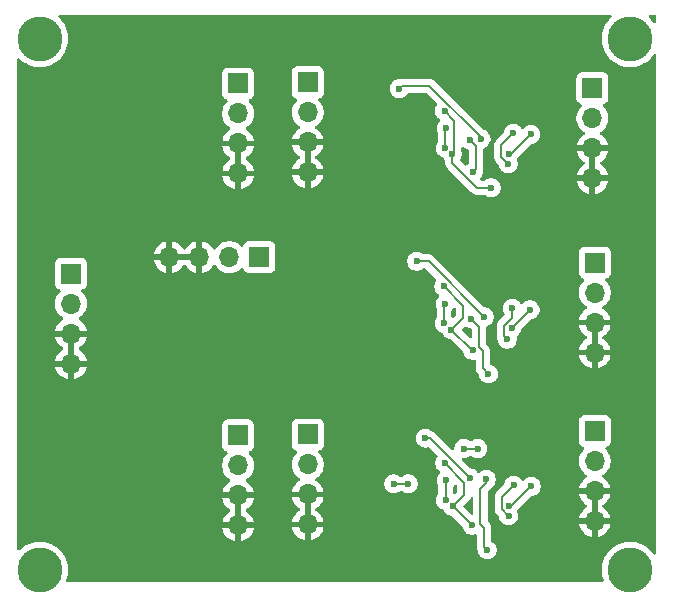
<source format=gbr>
%TF.GenerationSoftware,KiCad,Pcbnew,9.0.0*%
%TF.CreationDate,2025-03-18T11:13:48-07:00*%
%TF.ProjectId,RTW_production_pathfinder_V1,5254575f-7072-46f6-9475-6374696f6e5f,rev?*%
%TF.SameCoordinates,Original*%
%TF.FileFunction,Copper,L2,Bot*%
%TF.FilePolarity,Positive*%
%FSLAX46Y46*%
G04 Gerber Fmt 4.6, Leading zero omitted, Abs format (unit mm)*
G04 Created by KiCad (PCBNEW 9.0.0) date 2025-03-18 11:13:48*
%MOMM*%
%LPD*%
G01*
G04 APERTURE LIST*
%TA.AperFunction,ComponentPad*%
%ADD10R,1.700000X1.700000*%
%TD*%
%TA.AperFunction,ComponentPad*%
%ADD11O,1.700000X1.700000*%
%TD*%
%TA.AperFunction,ComponentPad*%
%ADD12C,3.800000*%
%TD*%
%TA.AperFunction,ViaPad*%
%ADD13C,0.600000*%
%TD*%
%TA.AperFunction,Conductor*%
%ADD14C,0.200000*%
%TD*%
G04 APERTURE END LIST*
D10*
%TO.P,J1,1,Pin_1*%
%TO.N,VBIAS_1*%
X153700000Y-83700000D03*
D11*
%TO.P,J1,2,Pin_2*%
X153700000Y-86240000D03*
%TO.P,J1,3,Pin_3*%
%TO.N,GND*%
X153700000Y-88780000D03*
%TO.P,J1,4,Pin_4*%
X153700000Y-91320000D03*
%TD*%
D12*
%TO.P,H1,1*%
%TO.N,N/C*%
X181000000Y-80000000D03*
%TD*%
D10*
%TO.P,J13,1,Pin_1*%
%TO.N,~{RESET_2}*%
X178000000Y-98960000D03*
D11*
%TO.P,J13,2,Pin_2*%
X178000000Y-101500000D03*
%TO.P,J13,3,Pin_3*%
%TO.N,GND*%
X178000000Y-104040000D03*
%TO.P,J13,4,Pin_4*%
X178000000Y-106580000D03*
%TD*%
D12*
%TO.P,H2,1*%
%TO.N,N/C*%
X131000000Y-80000000D03*
%TD*%
D10*
%TO.P,J18,1,Pin_1*%
%TO.N,WDT_WDI_1*%
X147800000Y-83800000D03*
D11*
%TO.P,J18,2,Pin_2*%
X147800000Y-86340000D03*
%TO.P,J18,3,Pin_3*%
%TO.N,GND*%
X147800000Y-88880000D03*
%TO.P,J18,4,Pin_4*%
X147800000Y-91420000D03*
%TD*%
D10*
%TO.P,J11,1,Pin_1*%
%TO.N,VBIAS_3*%
X153700000Y-113520000D03*
D11*
%TO.P,J11,2,Pin_2*%
X153700000Y-116060000D03*
%TO.P,J11,3,Pin_3*%
%TO.N,GND*%
X153700000Y-118600000D03*
%TO.P,J11,4,Pin_4*%
X153700000Y-121140000D03*
%TD*%
D10*
%TO.P,J15,1,Pin_1*%
%TO.N,~{RESET_1}*%
X177800000Y-84200000D03*
D11*
%TO.P,J15,2,Pin_2*%
X177800000Y-86740000D03*
%TO.P,J15,3,Pin_3*%
%TO.N,GND*%
X177800000Y-89280000D03*
%TO.P,J15,4,Pin_4*%
X177800000Y-91820000D03*
%TD*%
D10*
%TO.P,J14,1,Pin_1*%
%TO.N,~{RESET_3}*%
X178000000Y-113220000D03*
D11*
%TO.P,J14,2,Pin_2*%
X178000000Y-115760000D03*
%TO.P,J14,3,Pin_3*%
%TO.N,GND*%
X178000000Y-118300000D03*
%TO.P,J14,4,Pin_4*%
X178000000Y-120840000D03*
%TD*%
D10*
%TO.P,J16,1,Pin_1*%
%TO.N,WDT_WDI_2*%
X133650000Y-99900000D03*
D11*
%TO.P,J16,2,Pin_2*%
X133650000Y-102440000D03*
%TO.P,J16,3,Pin_3*%
%TO.N,GND*%
X133650000Y-104980000D03*
%TO.P,J16,4,Pin_4*%
X133650000Y-107520000D03*
%TD*%
D10*
%TO.P,J12,1,Pin_1*%
%TO.N,VBIAS_2*%
X149600000Y-98500000D03*
D11*
%TO.P,J12,2,Pin_2*%
X147060000Y-98500000D03*
%TO.P,J12,3,Pin_3*%
%TO.N,GND*%
X144520001Y-98500000D03*
%TO.P,J12,4,Pin_4*%
X141980000Y-98500000D03*
%TD*%
D12*
%TO.P,H4,1*%
%TO.N,N/C*%
X181000000Y-125000000D03*
%TD*%
%TO.P,H3,1*%
%TO.N,N/C*%
X131000000Y-125000000D03*
%TD*%
D10*
%TO.P,J17,1,Pin_1*%
%TO.N,WDT_WDI_3*%
X147800000Y-113600000D03*
D11*
%TO.P,J17,2,Pin_2*%
X147800000Y-116140000D03*
%TO.P,J17,3,Pin_3*%
%TO.N,GND*%
X147800000Y-118680000D03*
%TO.P,J17,4,Pin_4*%
X147800000Y-121220000D03*
%TD*%
D13*
%TO.N,GND*%
X165800000Y-122900000D03*
X162700000Y-121800000D03*
%TO.N,VBIAS_3*%
X167600000Y-121200000D03*
%TO.N,GND*%
X160700000Y-105800000D03*
X162500000Y-106000000D03*
X165600000Y-108300000D03*
%TO.N,/Watchdog2/WDT-VIN*%
X167669631Y-106389440D03*
%TO.N,GND*%
X160800000Y-91100000D03*
X162200000Y-91900000D03*
%TO.N,VBIAS_1*%
X169234761Y-92622205D03*
%TO.N,Net-(U1D--)*%
X167700000Y-91300000D03*
%TO.N,GND*%
X166000000Y-93500000D03*
X136900000Y-108300000D03*
X164300000Y-82100000D03*
X155400000Y-119087500D03*
X157925000Y-98550500D03*
X145600000Y-109800000D03*
X138900000Y-110000000D03*
X159300000Y-91100000D03*
X157150000Y-113050000D03*
X150100000Y-108300000D03*
X143600000Y-108300000D03*
X158000000Y-83700000D03*
X156225000Y-102250500D03*
X141300000Y-108200000D03*
X156300000Y-87400000D03*
X149000000Y-108300000D03*
X147900000Y-108200000D03*
X160253296Y-115796970D03*
X142300000Y-108200000D03*
X171325000Y-101050500D03*
X156900000Y-83550000D03*
X156700000Y-85100000D03*
X171400000Y-86200000D03*
X152200000Y-109900000D03*
X156625000Y-99950500D03*
X159200000Y-121700000D03*
X159200000Y-105900000D03*
X158025000Y-113512500D03*
X156725000Y-114912500D03*
X152937974Y-98325001D03*
X154400000Y-108300000D03*
X171425000Y-116012500D03*
%TO.N,Net-(U1C--)*%
X168374265Y-88474265D03*
X161437500Y-84237500D03*
%TO.N,Net-(U1D--)*%
X167424265Y-88575735D03*
%TO.N,Net-(U1D-+)*%
X172600000Y-88100000D03*
X170700000Y-89800000D03*
%TO.N,Net-(U1C-+)*%
X170675000Y-90599612D03*
X171103290Y-87999999D03*
%TO.N,/Watchdog1/WDT-VP*%
X165400000Y-87600000D03*
X165336158Y-89267761D03*
%TO.N,Net-(U3C-+)*%
X170600000Y-105450112D03*
X171028290Y-102850499D03*
%TO.N,/Watchdog3/WDT-VP*%
X165425000Y-117412500D03*
X165361158Y-119080261D03*
%TO.N,Net-(U2C-+)*%
X170700000Y-120412112D03*
X171128290Y-117812499D03*
%TO.N,Net-(U2A--)*%
X162200000Y-117700000D03*
X160976000Y-117700000D03*
%TO.N,/Watchdog2/WDT-VP*%
X165325000Y-102450500D03*
X165261158Y-104118261D03*
%TO.N,Net-(U3D-+)*%
X172525000Y-102950500D03*
X170987750Y-104487750D03*
%TO.N,Net-(U2D-+)*%
X168100000Y-114712500D03*
X172625000Y-117912500D03*
X170725000Y-119612500D03*
X166900000Y-114712500D03*
%TO.N,Net-(U3D--)*%
X169000000Y-108400000D03*
X167561515Y-103738485D03*
%TO.N,Net-(U3C--)*%
X162925000Y-98850500D03*
X168636369Y-103561869D03*
%TO.N,Net-(U2D--)*%
X168811201Y-117324493D03*
X168900000Y-123300000D03*
%TO.N,Net-(U2C--)*%
X167399265Y-117186765D03*
X163636795Y-113822243D03*
%TO.N,VBIAS_1*%
X165278260Y-86126790D03*
X165941855Y-89790384D03*
%TO.N,VBIAS_3*%
X165303260Y-115939290D03*
X165966855Y-119602884D03*
%TO.N,/Watchdog2/WDT-VIN*%
X165203260Y-100977290D03*
X165866855Y-104640884D03*
%TD*%
D14*
%TO.N,VBIAS_3*%
X167563971Y-121200000D02*
X167600000Y-121200000D01*
X165966855Y-119602884D02*
X167563971Y-121200000D01*
%TO.N,Net-(U2D--)*%
X168625000Y-121412500D02*
X168323988Y-121111488D01*
X168323988Y-121111488D02*
X168323988Y-118113512D01*
X168323988Y-118113512D02*
X168811201Y-117626299D01*
X168900000Y-123300000D02*
X168625000Y-123025000D01*
X168625000Y-123025000D02*
X168625000Y-121412500D01*
X168811201Y-117626299D02*
X168811201Y-117324493D01*
%TO.N,/Watchdog2/WDT-VIN*%
X167615411Y-106389440D02*
X167669631Y-106389440D01*
X165866855Y-104640884D02*
X167615411Y-106389440D01*
%TO.N,Net-(U3D--)*%
X169000000Y-108400000D02*
X168525000Y-107925000D01*
X168525000Y-107925000D02*
X168525000Y-106450500D01*
X168525000Y-106450500D02*
X168223988Y-106149488D01*
X168223988Y-106149488D02*
X168223988Y-104400958D01*
X168223988Y-104400958D02*
X167561515Y-103738485D01*
%TO.N,Net-(U3C-+)*%
X171028290Y-102850499D02*
X171000000Y-102878789D01*
X171000000Y-103625557D02*
X170300000Y-104325557D01*
X170300000Y-104325557D02*
X170300000Y-105175443D01*
X170300000Y-105175443D02*
X170574669Y-105450112D01*
X171000000Y-102878789D02*
X171000000Y-103625557D01*
X170574669Y-105450112D02*
X170600000Y-105450112D01*
%TO.N,Net-(U3C--)*%
X168636369Y-103561869D02*
X163925000Y-98850500D01*
X163925000Y-98850500D02*
X162925000Y-98850500D01*
%TO.N,Net-(U3D-+)*%
X170987750Y-104487750D02*
X172525000Y-102950500D01*
%TO.N,Net-(U1C--)*%
X168374265Y-88474265D02*
X168374265Y-88374265D01*
X168374265Y-88374265D02*
X164000000Y-84000000D01*
X164000000Y-84000000D02*
X161675000Y-84000000D01*
X161675000Y-84000000D02*
X161437500Y-84237500D01*
%TO.N,Net-(U1D--)*%
X167424265Y-88575735D02*
X167435204Y-88575735D01*
X167435204Y-88575735D02*
X167975735Y-89116266D01*
X167975735Y-91024265D02*
X167700000Y-91300000D01*
X167975735Y-89116266D02*
X167975735Y-91024265D01*
%TO.N,VBIAS_1*%
X165941855Y-89790384D02*
X165941855Y-90541855D01*
X165941855Y-90541855D02*
X168022205Y-92622205D01*
X168022205Y-92622205D02*
X169234761Y-92622205D01*
X165941855Y-89790384D02*
X166100000Y-89632239D01*
X166100000Y-89632239D02*
X166100000Y-86948530D01*
X166100000Y-86948530D02*
X165278260Y-86126790D01*
%TO.N,Net-(U1D-+)*%
X170900000Y-89800000D02*
X170700000Y-89800000D01*
X172600000Y-88100000D02*
X170900000Y-89800000D01*
%TO.N,Net-(U1C-+)*%
X171103290Y-87999999D02*
X170099000Y-89004289D01*
X170099000Y-89004289D02*
X170099000Y-90048943D01*
X170649669Y-90599612D02*
X170675000Y-90599612D01*
X170099000Y-90048943D02*
X170649669Y-90599612D01*
%TO.N,/Watchdog1/WDT-VP*%
X165336158Y-87663842D02*
X165400000Y-87600000D01*
X165400000Y-87600000D02*
X165500000Y-87600000D01*
X165336158Y-89267761D02*
X165336158Y-87663842D01*
%TO.N,/Watchdog3/WDT-VP*%
X165425000Y-117412500D02*
X165525000Y-117412500D01*
X165361158Y-119080261D02*
X165361158Y-117476342D01*
X165361158Y-117476342D02*
X165425000Y-117412500D01*
%TO.N,Net-(U2C-+)*%
X170124000Y-119861443D02*
X170674669Y-120412112D01*
X171128290Y-117812499D02*
X170124000Y-118816789D01*
X170124000Y-118816789D02*
X170124000Y-119861443D01*
X170674669Y-120412112D02*
X170700000Y-120412112D01*
%TO.N,Net-(U2A--)*%
X160976000Y-117700000D02*
X162200000Y-117700000D01*
%TO.N,/Watchdog2/WDT-VP*%
X165261158Y-104118261D02*
X165261158Y-102514342D01*
X165261158Y-102514342D02*
X165325000Y-102450500D01*
X165325000Y-102450500D02*
X165425000Y-102450500D01*
%TO.N,Net-(U2D-+)*%
X172625000Y-117912500D02*
X170925000Y-119612500D01*
X170925000Y-119612500D02*
X170725000Y-119612500D01*
X166900000Y-114712500D02*
X168100000Y-114712500D01*
%TO.N,Net-(U2C--)*%
X163646538Y-113812500D02*
X164025000Y-113812500D01*
X163636795Y-113822243D02*
X163646538Y-113812500D01*
X164025000Y-113812500D02*
X167399265Y-117186765D01*
%TO.N,VBIAS_3*%
X166950265Y-117586295D02*
X165303260Y-115939290D01*
X165966855Y-119602884D02*
X166950265Y-118619474D01*
X166950265Y-118619474D02*
X166950265Y-117586295D01*
%TO.N,/Watchdog2/WDT-VIN*%
X166850265Y-103657474D02*
X166850265Y-102624295D01*
X165866855Y-104640884D02*
X166850265Y-103657474D01*
X166850265Y-102624295D02*
X165203260Y-100977290D01*
%TD*%
%TA.AperFunction,Conductor*%
%TO.N,GND*%
G36*
X148050000Y-120786988D02*
G01*
X147992993Y-120754075D01*
X147865826Y-120720000D01*
X147734174Y-120720000D01*
X147607007Y-120754075D01*
X147550000Y-120786988D01*
X147550000Y-119113012D01*
X147607007Y-119145925D01*
X147734174Y-119180000D01*
X147865826Y-119180000D01*
X147992993Y-119145925D01*
X148050000Y-119113012D01*
X148050000Y-120786988D01*
G37*
%TD.AperFunction*%
%TA.AperFunction,Conductor*%
G36*
X153950000Y-120706988D02*
G01*
X153892993Y-120674075D01*
X153765826Y-120640000D01*
X153634174Y-120640000D01*
X153507007Y-120674075D01*
X153450000Y-120706988D01*
X153450000Y-119033012D01*
X153507007Y-119065925D01*
X153634174Y-119100000D01*
X153765826Y-119100000D01*
X153892993Y-119065925D01*
X153950000Y-119033012D01*
X153950000Y-120706988D01*
G37*
%TD.AperFunction*%
%TA.AperFunction,Conductor*%
G36*
X178250000Y-120406988D02*
G01*
X178192993Y-120374075D01*
X178065826Y-120340000D01*
X177934174Y-120340000D01*
X177807007Y-120374075D01*
X177750000Y-120406988D01*
X177750000Y-118733012D01*
X177807007Y-118765925D01*
X177934174Y-118800000D01*
X178065826Y-118800000D01*
X178192993Y-118765925D01*
X178250000Y-118733012D01*
X178250000Y-120406988D01*
G37*
%TD.AperFunction*%
%TA.AperFunction,Conductor*%
G36*
X133900000Y-107086988D02*
G01*
X133842993Y-107054075D01*
X133715826Y-107020000D01*
X133584174Y-107020000D01*
X133457007Y-107054075D01*
X133400000Y-107086988D01*
X133400000Y-105413012D01*
X133457007Y-105445925D01*
X133584174Y-105480000D01*
X133715826Y-105480000D01*
X133842993Y-105445925D01*
X133900000Y-105413012D01*
X133900000Y-107086988D01*
G37*
%TD.AperFunction*%
%TA.AperFunction,Conductor*%
G36*
X178250000Y-106146988D02*
G01*
X178192993Y-106114075D01*
X178065826Y-106080000D01*
X177934174Y-106080000D01*
X177807007Y-106114075D01*
X177750000Y-106146988D01*
X177750000Y-104473012D01*
X177807007Y-104505925D01*
X177934174Y-104540000D01*
X178065826Y-104540000D01*
X178192993Y-104505925D01*
X178250000Y-104473012D01*
X178250000Y-106146988D01*
G37*
%TD.AperFunction*%
%TA.AperFunction,Conductor*%
G36*
X144054076Y-98307007D02*
G01*
X144020001Y-98434174D01*
X144020001Y-98565826D01*
X144054076Y-98692993D01*
X144086989Y-98750000D01*
X142413012Y-98750000D01*
X142445925Y-98692993D01*
X142480000Y-98565826D01*
X142480000Y-98434174D01*
X142445925Y-98307007D01*
X142413012Y-98250000D01*
X144086989Y-98250000D01*
X144054076Y-98307007D01*
G37*
%TD.AperFunction*%
%TA.AperFunction,Conductor*%
G36*
X178050000Y-91386988D02*
G01*
X177992993Y-91354075D01*
X177865826Y-91320000D01*
X177734174Y-91320000D01*
X177607007Y-91354075D01*
X177550000Y-91386988D01*
X177550000Y-89713012D01*
X177607007Y-89745925D01*
X177734174Y-89780000D01*
X177865826Y-89780000D01*
X177992993Y-89745925D01*
X178050000Y-89713012D01*
X178050000Y-91386988D01*
G37*
%TD.AperFunction*%
%TA.AperFunction,Conductor*%
G36*
X148050000Y-90986988D02*
G01*
X147992993Y-90954075D01*
X147865826Y-90920000D01*
X147734174Y-90920000D01*
X147607007Y-90954075D01*
X147550000Y-90986988D01*
X147550000Y-89313012D01*
X147607007Y-89345925D01*
X147734174Y-89380000D01*
X147865826Y-89380000D01*
X147992993Y-89345925D01*
X148050000Y-89313012D01*
X148050000Y-90986988D01*
G37*
%TD.AperFunction*%
%TA.AperFunction,Conductor*%
G36*
X153950000Y-90886988D02*
G01*
X153892993Y-90854075D01*
X153765826Y-90820000D01*
X153634174Y-90820000D01*
X153507007Y-90854075D01*
X153450000Y-90886988D01*
X153450000Y-89213012D01*
X153507007Y-89245925D01*
X153634174Y-89280000D01*
X153765826Y-89280000D01*
X153892993Y-89245925D01*
X153950000Y-89213012D01*
X153950000Y-90886988D01*
G37*
%TD.AperFunction*%
%TA.AperFunction,Conductor*%
G36*
X179372858Y-78019685D02*
G01*
X179418613Y-78072489D01*
X179428557Y-78141647D01*
X179399532Y-78205203D01*
X179393500Y-78211681D01*
X179207265Y-78397915D01*
X179039161Y-78608712D01*
X178895714Y-78837005D01*
X178778734Y-79079917D01*
X178689687Y-79334397D01*
X178689684Y-79334405D01*
X178629688Y-79597268D01*
X178629686Y-79597280D01*
X178599500Y-79865186D01*
X178599500Y-80134813D01*
X178629686Y-80402719D01*
X178629688Y-80402731D01*
X178689684Y-80665594D01*
X178689687Y-80665602D01*
X178778734Y-80920082D01*
X178895714Y-81162994D01*
X178895716Y-81162997D01*
X179039162Y-81391289D01*
X179207266Y-81602085D01*
X179397915Y-81792734D01*
X179608711Y-81960838D01*
X179837003Y-82104284D01*
X180079921Y-82221267D01*
X180271049Y-82288145D01*
X180334397Y-82310312D01*
X180334405Y-82310315D01*
X180334408Y-82310315D01*
X180334409Y-82310316D01*
X180597268Y-82370312D01*
X180865187Y-82400499D01*
X180865188Y-82400500D01*
X180865191Y-82400500D01*
X181134812Y-82400500D01*
X181134812Y-82400499D01*
X181402732Y-82370312D01*
X181665591Y-82310316D01*
X181920079Y-82221267D01*
X182162997Y-82104284D01*
X182391289Y-81960838D01*
X182602085Y-81792734D01*
X182792734Y-81602085D01*
X182960838Y-81391289D01*
X182971005Y-81375107D01*
X183023338Y-81328816D01*
X183092392Y-81318166D01*
X183156241Y-81346540D01*
X183194614Y-81404929D01*
X183200000Y-81441078D01*
X183200000Y-123558921D01*
X183180315Y-123625960D01*
X183127511Y-123671715D01*
X183058353Y-123681659D01*
X182994797Y-123652634D01*
X182971006Y-123624893D01*
X182969252Y-123622103D01*
X182960838Y-123608711D01*
X182792734Y-123397915D01*
X182602085Y-123207266D01*
X182391289Y-123039162D01*
X182230845Y-122938348D01*
X182162994Y-122895714D01*
X181920082Y-122778734D01*
X181665602Y-122689687D01*
X181665594Y-122689684D01*
X181468446Y-122644687D01*
X181402732Y-122629688D01*
X181402728Y-122629687D01*
X181402719Y-122629686D01*
X181134813Y-122599500D01*
X181134809Y-122599500D01*
X180865191Y-122599500D01*
X180865186Y-122599500D01*
X180597280Y-122629686D01*
X180597268Y-122629688D01*
X180334405Y-122689684D01*
X180334397Y-122689687D01*
X180079917Y-122778734D01*
X179837005Y-122895714D01*
X179608712Y-123039161D01*
X179397915Y-123207265D01*
X179207265Y-123397915D01*
X179039161Y-123608712D01*
X178895714Y-123837005D01*
X178778734Y-124079917D01*
X178689687Y-124334397D01*
X178689684Y-124334405D01*
X178629688Y-124597268D01*
X178629686Y-124597280D01*
X178599500Y-124865186D01*
X178599500Y-125134813D01*
X178629686Y-125402719D01*
X178629688Y-125402731D01*
X178689684Y-125665594D01*
X178689687Y-125665602D01*
X178748978Y-125835045D01*
X178752540Y-125904824D01*
X178717812Y-125965451D01*
X178655818Y-125997679D01*
X178631937Y-126000000D01*
X133368063Y-126000000D01*
X133301024Y-125980315D01*
X133255269Y-125927511D01*
X133245325Y-125858353D01*
X133251022Y-125835045D01*
X133310312Y-125665602D01*
X133310315Y-125665594D01*
X133310316Y-125665591D01*
X133370312Y-125402732D01*
X133400500Y-125134809D01*
X133400500Y-124865191D01*
X133370312Y-124597268D01*
X133310316Y-124334409D01*
X133221267Y-124079921D01*
X133104284Y-123837003D01*
X132960838Y-123608711D01*
X132792734Y-123397915D01*
X132602085Y-123207266D01*
X132391289Y-123039162D01*
X132230845Y-122938348D01*
X132162994Y-122895714D01*
X131920082Y-122778734D01*
X131665602Y-122689687D01*
X131665594Y-122689684D01*
X131468446Y-122644687D01*
X131402732Y-122629688D01*
X131402728Y-122629687D01*
X131402719Y-122629686D01*
X131134813Y-122599500D01*
X131134809Y-122599500D01*
X130865191Y-122599500D01*
X130865186Y-122599500D01*
X130597280Y-122629686D01*
X130597268Y-122629688D01*
X130334405Y-122689684D01*
X130334397Y-122689687D01*
X130079917Y-122778734D01*
X129837005Y-122895714D01*
X129608712Y-123039161D01*
X129397915Y-123207265D01*
X129311681Y-123293500D01*
X129250358Y-123326985D01*
X129180666Y-123322001D01*
X129124733Y-123280129D01*
X129100316Y-123214665D01*
X129100000Y-123205819D01*
X129100000Y-112702135D01*
X146449500Y-112702135D01*
X146449500Y-114497870D01*
X146449501Y-114497876D01*
X146455908Y-114557483D01*
X146506202Y-114692328D01*
X146506206Y-114692335D01*
X146592452Y-114807544D01*
X146592455Y-114807547D01*
X146707664Y-114893793D01*
X146707671Y-114893797D01*
X146839082Y-114942810D01*
X146895016Y-114984681D01*
X146919433Y-115050145D01*
X146904582Y-115118418D01*
X146883431Y-115146673D01*
X146769889Y-115260215D01*
X146644951Y-115432179D01*
X146548444Y-115621585D01*
X146482753Y-115823760D01*
X146462171Y-115953713D01*
X146449500Y-116033713D01*
X146449500Y-116246287D01*
X146459534Y-116309644D01*
X146481698Y-116449579D01*
X146482754Y-116456243D01*
X146545282Y-116648684D01*
X146548444Y-116658414D01*
X146644951Y-116847820D01*
X146769890Y-117019786D01*
X146920213Y-117170109D01*
X147092179Y-117295048D01*
X147092181Y-117295049D01*
X147092184Y-117295051D01*
X147101493Y-117299794D01*
X147152290Y-117347766D01*
X147169087Y-117415587D01*
X147146552Y-117481722D01*
X147101502Y-117520762D01*
X147092443Y-117525378D01*
X146920540Y-117650272D01*
X146920535Y-117650276D01*
X146770276Y-117800535D01*
X146770272Y-117800540D01*
X146645379Y-117972442D01*
X146548904Y-118161782D01*
X146483242Y-118363870D01*
X146483242Y-118363873D01*
X146472769Y-118430000D01*
X147366988Y-118430000D01*
X147334075Y-118487007D01*
X147300000Y-118614174D01*
X147300000Y-118745826D01*
X147334075Y-118872993D01*
X147366988Y-118930000D01*
X146472769Y-118930000D01*
X146483242Y-118996126D01*
X146483242Y-118996129D01*
X146548904Y-119198217D01*
X146645379Y-119387557D01*
X146770272Y-119559459D01*
X146770276Y-119559464D01*
X146920535Y-119709723D01*
X146920540Y-119709727D01*
X147092444Y-119834622D01*
X147102048Y-119839516D01*
X147152844Y-119887491D01*
X147169638Y-119955312D01*
X147147100Y-120021447D01*
X147102048Y-120060484D01*
X147092444Y-120065377D01*
X146920540Y-120190272D01*
X146920535Y-120190276D01*
X146770276Y-120340535D01*
X146770272Y-120340540D01*
X146645379Y-120512442D01*
X146548904Y-120701782D01*
X146483242Y-120903870D01*
X146483242Y-120903873D01*
X146472769Y-120970000D01*
X147366988Y-120970000D01*
X147334075Y-121027007D01*
X147300000Y-121154174D01*
X147300000Y-121285826D01*
X147334075Y-121412993D01*
X147366988Y-121470000D01*
X146472769Y-121470000D01*
X146483242Y-121536126D01*
X146483242Y-121536129D01*
X146548904Y-121738217D01*
X146645379Y-121927557D01*
X146770272Y-122099459D01*
X146770276Y-122099464D01*
X146920535Y-122249723D01*
X146920540Y-122249727D01*
X147092442Y-122374620D01*
X147281782Y-122471095D01*
X147483871Y-122536757D01*
X147550000Y-122547231D01*
X147550000Y-121653012D01*
X147607007Y-121685925D01*
X147734174Y-121720000D01*
X147865826Y-121720000D01*
X147992993Y-121685925D01*
X148050000Y-121653012D01*
X148050000Y-122547230D01*
X148116126Y-122536757D01*
X148116129Y-122536757D01*
X148318217Y-122471095D01*
X148507557Y-122374620D01*
X148679459Y-122249727D01*
X148679464Y-122249723D01*
X148829723Y-122099464D01*
X148829727Y-122099459D01*
X148954620Y-121927557D01*
X149051095Y-121738217D01*
X149116757Y-121536129D01*
X149116757Y-121536126D01*
X149127231Y-121470000D01*
X148233012Y-121470000D01*
X148265925Y-121412993D01*
X148300000Y-121285826D01*
X148300000Y-121154174D01*
X148265925Y-121027007D01*
X148233012Y-120970000D01*
X149127231Y-120970000D01*
X149116757Y-120903873D01*
X149116757Y-120903870D01*
X149051095Y-120701782D01*
X148954620Y-120512442D01*
X148829727Y-120340540D01*
X148829723Y-120340535D01*
X148679464Y-120190276D01*
X148679459Y-120190272D01*
X148507558Y-120065379D01*
X148497954Y-120060486D01*
X148447157Y-120012512D01*
X148430361Y-119944692D01*
X148452897Y-119878556D01*
X148497954Y-119839514D01*
X148507558Y-119834620D01*
X148679459Y-119709727D01*
X148679464Y-119709723D01*
X148829723Y-119559464D01*
X148829727Y-119559459D01*
X148954620Y-119387557D01*
X149051095Y-119198217D01*
X149116757Y-118996129D01*
X149116757Y-118996126D01*
X149127231Y-118930000D01*
X148233012Y-118930000D01*
X148265925Y-118872993D01*
X148300000Y-118745826D01*
X148300000Y-118614174D01*
X148265925Y-118487007D01*
X148233012Y-118430000D01*
X149127231Y-118430000D01*
X149116757Y-118363873D01*
X149116757Y-118363870D01*
X149051095Y-118161782D01*
X148954620Y-117972442D01*
X148829727Y-117800540D01*
X148829723Y-117800535D01*
X148679464Y-117650276D01*
X148679459Y-117650272D01*
X148507555Y-117525377D01*
X148498500Y-117520763D01*
X148447706Y-117472788D01*
X148430912Y-117404966D01*
X148453451Y-117338832D01*
X148498508Y-117299793D01*
X148507816Y-117295051D01*
X148587007Y-117237515D01*
X148679786Y-117170109D01*
X148679788Y-117170106D01*
X148679792Y-117170104D01*
X148830104Y-117019792D01*
X148830106Y-117019788D01*
X148830109Y-117019786D01*
X148955048Y-116847820D01*
X148955047Y-116847820D01*
X148955051Y-116847816D01*
X149051557Y-116658412D01*
X149117246Y-116456243D01*
X149150500Y-116246287D01*
X149150500Y-116033713D01*
X149117246Y-115823757D01*
X149051557Y-115621588D01*
X148955051Y-115432184D01*
X148955049Y-115432181D01*
X148955048Y-115432179D01*
X148830109Y-115260213D01*
X148716569Y-115146673D01*
X148683084Y-115085350D01*
X148688068Y-115015658D01*
X148729940Y-114959725D01*
X148760915Y-114942810D01*
X148892331Y-114893796D01*
X149007546Y-114807546D01*
X149093796Y-114692331D01*
X149144091Y-114557483D01*
X149150500Y-114497873D01*
X149150499Y-112702128D01*
X149144091Y-112642517D01*
X149136489Y-112622135D01*
X152349500Y-112622135D01*
X152349500Y-114417870D01*
X152349501Y-114417876D01*
X152355908Y-114477483D01*
X152406202Y-114612328D01*
X152406206Y-114612335D01*
X152492452Y-114727544D01*
X152492455Y-114727547D01*
X152607664Y-114813793D01*
X152607671Y-114813797D01*
X152739082Y-114862810D01*
X152795016Y-114904681D01*
X152819433Y-114970145D01*
X152804582Y-115038418D01*
X152783431Y-115066673D01*
X152669889Y-115180215D01*
X152544951Y-115352179D01*
X152448444Y-115541585D01*
X152448443Y-115541587D01*
X152448443Y-115541588D01*
X152442423Y-115560117D01*
X152382753Y-115743760D01*
X152364272Y-115860448D01*
X152349500Y-115953713D01*
X152349500Y-116166287D01*
X152382754Y-116376243D01*
X152444077Y-116564976D01*
X152448444Y-116578414D01*
X152544951Y-116767820D01*
X152669890Y-116939786D01*
X152820213Y-117090109D01*
X152992179Y-117215048D01*
X152992181Y-117215049D01*
X152992184Y-117215051D01*
X153001493Y-117219794D01*
X153052290Y-117267766D01*
X153069087Y-117335587D01*
X153046552Y-117401722D01*
X153001502Y-117440762D01*
X152992443Y-117445378D01*
X152820540Y-117570272D01*
X152820535Y-117570276D01*
X152670276Y-117720535D01*
X152670272Y-117720540D01*
X152545379Y-117892442D01*
X152448904Y-118081782D01*
X152383242Y-118283870D01*
X152383242Y-118283873D01*
X152372769Y-118350000D01*
X153266988Y-118350000D01*
X153234075Y-118407007D01*
X153200000Y-118534174D01*
X153200000Y-118665826D01*
X153234075Y-118792993D01*
X153266988Y-118850000D01*
X152372769Y-118850000D01*
X152383242Y-118916126D01*
X152383242Y-118916129D01*
X152448904Y-119118217D01*
X152545379Y-119307557D01*
X152670272Y-119479459D01*
X152670276Y-119479464D01*
X152820535Y-119629723D01*
X152820540Y-119629727D01*
X152992444Y-119754622D01*
X153002048Y-119759516D01*
X153052844Y-119807491D01*
X153069638Y-119875312D01*
X153047100Y-119941447D01*
X153002048Y-119980484D01*
X152992444Y-119985377D01*
X152820540Y-120110272D01*
X152820535Y-120110276D01*
X152670276Y-120260535D01*
X152670272Y-120260540D01*
X152545379Y-120432442D01*
X152448904Y-120621782D01*
X152383242Y-120823870D01*
X152383242Y-120823873D01*
X152372769Y-120890000D01*
X153266988Y-120890000D01*
X153234075Y-120947007D01*
X153200000Y-121074174D01*
X153200000Y-121205826D01*
X153234075Y-121332993D01*
X153266988Y-121390000D01*
X152372769Y-121390000D01*
X152383242Y-121456126D01*
X152383242Y-121456129D01*
X152448904Y-121658217D01*
X152545379Y-121847557D01*
X152670272Y-122019459D01*
X152670276Y-122019464D01*
X152820535Y-122169723D01*
X152820540Y-122169727D01*
X152992442Y-122294620D01*
X153181782Y-122391095D01*
X153383871Y-122456757D01*
X153450000Y-122467231D01*
X153450000Y-121573012D01*
X153507007Y-121605925D01*
X153634174Y-121640000D01*
X153765826Y-121640000D01*
X153892993Y-121605925D01*
X153950000Y-121573012D01*
X153950000Y-122467230D01*
X154016126Y-122456757D01*
X154016129Y-122456757D01*
X154218217Y-122391095D01*
X154407557Y-122294620D01*
X154579459Y-122169727D01*
X154579464Y-122169723D01*
X154729723Y-122019464D01*
X154729727Y-122019459D01*
X154854620Y-121847557D01*
X154951095Y-121658217D01*
X155016757Y-121456129D01*
X155016757Y-121456126D01*
X155027231Y-121390000D01*
X154133012Y-121390000D01*
X154165925Y-121332993D01*
X154200000Y-121205826D01*
X154200000Y-121074174D01*
X154165925Y-120947007D01*
X154133012Y-120890000D01*
X155027231Y-120890000D01*
X155016757Y-120823873D01*
X155016757Y-120823870D01*
X154951095Y-120621782D01*
X154854620Y-120432442D01*
X154729727Y-120260540D01*
X154729723Y-120260535D01*
X154579464Y-120110276D01*
X154579459Y-120110272D01*
X154407558Y-119985379D01*
X154397954Y-119980486D01*
X154347157Y-119932512D01*
X154330361Y-119864692D01*
X154352897Y-119798556D01*
X154397954Y-119759514D01*
X154407558Y-119754620D01*
X154579459Y-119629727D01*
X154579464Y-119629723D01*
X154729723Y-119479464D01*
X154729727Y-119479459D01*
X154854620Y-119307557D01*
X154951095Y-119118217D01*
X155016757Y-118916129D01*
X155016757Y-118916126D01*
X155027231Y-118850000D01*
X154133012Y-118850000D01*
X154165925Y-118792993D01*
X154200000Y-118665826D01*
X154200000Y-118534174D01*
X154165925Y-118407007D01*
X154133012Y-118350000D01*
X155027231Y-118350000D01*
X155016757Y-118283873D01*
X155016757Y-118283870D01*
X154951095Y-118081782D01*
X154854620Y-117892442D01*
X154729727Y-117720540D01*
X154729723Y-117720535D01*
X154630341Y-117621153D01*
X160175500Y-117621153D01*
X160175500Y-117778846D01*
X160206261Y-117933489D01*
X160206264Y-117933501D01*
X160266602Y-118079172D01*
X160266609Y-118079185D01*
X160354210Y-118210288D01*
X160354213Y-118210292D01*
X160465707Y-118321786D01*
X160465711Y-118321789D01*
X160596814Y-118409390D01*
X160596827Y-118409397D01*
X160717745Y-118459482D01*
X160742503Y-118469737D01*
X160897133Y-118500495D01*
X160897153Y-118500499D01*
X160897156Y-118500500D01*
X160897158Y-118500500D01*
X161054844Y-118500500D01*
X161054845Y-118500499D01*
X161209497Y-118469737D01*
X161322843Y-118422788D01*
X161355172Y-118409397D01*
X161355172Y-118409396D01*
X161355179Y-118409394D01*
X161423306Y-118363873D01*
X161486875Y-118321398D01*
X161504921Y-118315747D01*
X161520831Y-118305523D01*
X161551792Y-118301071D01*
X161553553Y-118300520D01*
X161555766Y-118300500D01*
X161620234Y-118300500D01*
X161687273Y-118320185D01*
X161689125Y-118321398D01*
X161820814Y-118409390D01*
X161820827Y-118409397D01*
X161941745Y-118459482D01*
X161966503Y-118469737D01*
X162121133Y-118500495D01*
X162121153Y-118500499D01*
X162121156Y-118500500D01*
X162121158Y-118500500D01*
X162278844Y-118500500D01*
X162278845Y-118500499D01*
X162433497Y-118469737D01*
X162546843Y-118422788D01*
X162579172Y-118409397D01*
X162579172Y-118409396D01*
X162579179Y-118409394D01*
X162710289Y-118321789D01*
X162821789Y-118210289D01*
X162909394Y-118079179D01*
X162969737Y-117933497D01*
X163000500Y-117778842D01*
X163000500Y-117621158D01*
X163000500Y-117621155D01*
X163000499Y-117621153D01*
X162994788Y-117592442D01*
X162969737Y-117466503D01*
X162960987Y-117445378D01*
X162909397Y-117320827D01*
X162909390Y-117320814D01*
X162821789Y-117189711D01*
X162821786Y-117189707D01*
X162710292Y-117078213D01*
X162710288Y-117078210D01*
X162579185Y-116990609D01*
X162579172Y-116990602D01*
X162433501Y-116930264D01*
X162433489Y-116930261D01*
X162278845Y-116899500D01*
X162278842Y-116899500D01*
X162121158Y-116899500D01*
X162121155Y-116899500D01*
X161966510Y-116930261D01*
X161966498Y-116930264D01*
X161820827Y-116990602D01*
X161820814Y-116990609D01*
X161689125Y-117078602D01*
X161671078Y-117084252D01*
X161655169Y-117094477D01*
X161624207Y-117098928D01*
X161622447Y-117099480D01*
X161620234Y-117099500D01*
X161555766Y-117099500D01*
X161488727Y-117079815D01*
X161486875Y-117078602D01*
X161355185Y-116990609D01*
X161355172Y-116990602D01*
X161209501Y-116930264D01*
X161209489Y-116930261D01*
X161054845Y-116899500D01*
X161054842Y-116899500D01*
X160897158Y-116899500D01*
X160897155Y-116899500D01*
X160742510Y-116930261D01*
X160742498Y-116930264D01*
X160596827Y-116990602D01*
X160596814Y-116990609D01*
X160465711Y-117078210D01*
X160465707Y-117078213D01*
X160354213Y-117189707D01*
X160354210Y-117189711D01*
X160266609Y-117320814D01*
X160266602Y-117320827D01*
X160206264Y-117466498D01*
X160206261Y-117466510D01*
X160175500Y-117621153D01*
X154630341Y-117621153D01*
X154579464Y-117570276D01*
X154579459Y-117570272D01*
X154407555Y-117445377D01*
X154398500Y-117440763D01*
X154347706Y-117392788D01*
X154330912Y-117324966D01*
X154353451Y-117258832D01*
X154398508Y-117219793D01*
X154407816Y-117215051D01*
X154507313Y-117142763D01*
X154579786Y-117090109D01*
X154579788Y-117090106D01*
X154579792Y-117090104D01*
X154730104Y-116939792D01*
X154730106Y-116939788D01*
X154730109Y-116939786D01*
X154855048Y-116767820D01*
X154855047Y-116767820D01*
X154855051Y-116767816D01*
X154951557Y-116578412D01*
X155017246Y-116376243D01*
X155050500Y-116166287D01*
X155050500Y-115953713D01*
X155017246Y-115743757D01*
X154951557Y-115541588D01*
X154855051Y-115352184D01*
X154855049Y-115352181D01*
X154855048Y-115352179D01*
X154730109Y-115180213D01*
X154616569Y-115066673D01*
X154583084Y-115005350D01*
X154588068Y-114935658D01*
X154629940Y-114879725D01*
X154660915Y-114862810D01*
X154792331Y-114813796D01*
X154907546Y-114727546D01*
X154993796Y-114612331D01*
X155044091Y-114477483D01*
X155050500Y-114417873D01*
X155050499Y-113743396D01*
X162836295Y-113743396D01*
X162836295Y-113901089D01*
X162867056Y-114055732D01*
X162867059Y-114055744D01*
X162927397Y-114201415D01*
X162927404Y-114201428D01*
X163015005Y-114332531D01*
X163015008Y-114332535D01*
X163126502Y-114444029D01*
X163126506Y-114444032D01*
X163257609Y-114531633D01*
X163257622Y-114531640D01*
X163400488Y-114590816D01*
X163403298Y-114591980D01*
X163505594Y-114612328D01*
X163557948Y-114622742D01*
X163557951Y-114622743D01*
X163557953Y-114622743D01*
X163715639Y-114622743D01*
X163876144Y-114590816D01*
X163945736Y-114597043D01*
X163988017Y-114624752D01*
X164653890Y-115290625D01*
X164687375Y-115351948D01*
X164682391Y-115421640D01*
X164669312Y-115447196D01*
X164593868Y-115560106D01*
X164593862Y-115560117D01*
X164533524Y-115705788D01*
X164533521Y-115705800D01*
X164502760Y-115860443D01*
X164502760Y-116018136D01*
X164533521Y-116172779D01*
X164533524Y-116172791D01*
X164593862Y-116318462D01*
X164593869Y-116318475D01*
X164681470Y-116449578D01*
X164681473Y-116449582D01*
X164792970Y-116561079D01*
X164877972Y-116617875D01*
X164922777Y-116671487D01*
X164931484Y-116740812D01*
X164901330Y-116803839D01*
X164896763Y-116808658D01*
X164803210Y-116902211D01*
X164715609Y-117033314D01*
X164715602Y-117033327D01*
X164655264Y-117178998D01*
X164655261Y-117179010D01*
X164624500Y-117333653D01*
X164624500Y-117491346D01*
X164655261Y-117645989D01*
X164655264Y-117646001D01*
X164715602Y-117791672D01*
X164715610Y-117791687D01*
X164739759Y-117827827D01*
X164760638Y-117894504D01*
X164760658Y-117896719D01*
X164760658Y-118500495D01*
X164740973Y-118567534D01*
X164739760Y-118569386D01*
X164651767Y-118701075D01*
X164651760Y-118701088D01*
X164591422Y-118846759D01*
X164591419Y-118846771D01*
X164560658Y-119001414D01*
X164560658Y-119159107D01*
X164591419Y-119313750D01*
X164591422Y-119313762D01*
X164651760Y-119459433D01*
X164651767Y-119459446D01*
X164739368Y-119590549D01*
X164739371Y-119590553D01*
X164850865Y-119702047D01*
X164850869Y-119702050D01*
X164981972Y-119789651D01*
X164981985Y-119789658D01*
X165090535Y-119834620D01*
X165127661Y-119849998D01*
X165144491Y-119853345D01*
X165206402Y-119885728D01*
X165234864Y-119927510D01*
X165257459Y-119982059D01*
X165257464Y-119982069D01*
X165345065Y-120113172D01*
X165345068Y-120113176D01*
X165456562Y-120224670D01*
X165456566Y-120224673D01*
X165587669Y-120312274D01*
X165587682Y-120312281D01*
X165733353Y-120372619D01*
X165733358Y-120372621D01*
X165798002Y-120385479D01*
X165888704Y-120403522D01*
X165950615Y-120435907D01*
X165952194Y-120437458D01*
X166774372Y-121259636D01*
X166807857Y-121320959D01*
X166808308Y-121323125D01*
X166830261Y-121433491D01*
X166830264Y-121433501D01*
X166890602Y-121579172D01*
X166890609Y-121579185D01*
X166978210Y-121710288D01*
X166978213Y-121710292D01*
X167089707Y-121821786D01*
X167089711Y-121821789D01*
X167220814Y-121909390D01*
X167220827Y-121909397D01*
X167366498Y-121969735D01*
X167366503Y-121969737D01*
X167521153Y-122000499D01*
X167521156Y-122000500D01*
X167521158Y-122000500D01*
X167678844Y-122000500D01*
X167678845Y-122000499D01*
X167833497Y-121969737D01*
X167845253Y-121964867D01*
X167853048Y-121961639D01*
X167922517Y-121954170D01*
X167984996Y-121985445D01*
X168020648Y-122045534D01*
X168024500Y-122076200D01*
X168024500Y-122938330D01*
X168024499Y-122938348D01*
X168024499Y-123104054D01*
X168024498Y-123104054D01*
X168024499Y-123104057D01*
X168065423Y-123256785D01*
X168082886Y-123287031D01*
X168099500Y-123349032D01*
X168099500Y-123378846D01*
X168130261Y-123533489D01*
X168130264Y-123533501D01*
X168190602Y-123679172D01*
X168190609Y-123679185D01*
X168278210Y-123810288D01*
X168278213Y-123810292D01*
X168389707Y-123921786D01*
X168389711Y-123921789D01*
X168520814Y-124009390D01*
X168520827Y-124009397D01*
X168666498Y-124069735D01*
X168666503Y-124069737D01*
X168821153Y-124100499D01*
X168821156Y-124100500D01*
X168821158Y-124100500D01*
X168978844Y-124100500D01*
X168978845Y-124100499D01*
X169133497Y-124069737D01*
X169279179Y-124009394D01*
X169410289Y-123921789D01*
X169521789Y-123810289D01*
X169609394Y-123679179D01*
X169669737Y-123533497D01*
X169700500Y-123378842D01*
X169700500Y-123221158D01*
X169700500Y-123221155D01*
X169700499Y-123221153D01*
X169669738Y-123066510D01*
X169669737Y-123066503D01*
X169619800Y-122945943D01*
X169609397Y-122920827D01*
X169609390Y-122920814D01*
X169521789Y-122789711D01*
X169521786Y-122789707D01*
X169410292Y-122678213D01*
X169410288Y-122678210D01*
X169280609Y-122591561D01*
X169235804Y-122537949D01*
X169225500Y-122488459D01*
X169225500Y-121333443D01*
X169225499Y-121333439D01*
X169212851Y-121286234D01*
X169210928Y-121279057D01*
X169184577Y-121180715D01*
X169150394Y-121121509D01*
X169150067Y-121120942D01*
X169150067Y-121120941D01*
X169105524Y-121043790D01*
X169105521Y-121043786D01*
X169105520Y-121043784D01*
X168993716Y-120931980D01*
X168993715Y-120931979D01*
X168989385Y-120927649D01*
X168989374Y-120927639D01*
X168960807Y-120899072D01*
X168927322Y-120837749D01*
X168924488Y-120811391D01*
X168924488Y-119940497D01*
X169523498Y-119940497D01*
X169564423Y-120093228D01*
X169578596Y-120117776D01*
X169578595Y-120117776D01*
X169578596Y-120117777D01*
X169643475Y-120230152D01*
X169643481Y-120230160D01*
X169871715Y-120458394D01*
X169905200Y-120519717D01*
X169905651Y-120521883D01*
X169930261Y-120645603D01*
X169930264Y-120645613D01*
X169990602Y-120791284D01*
X169990609Y-120791297D01*
X170078210Y-120922400D01*
X170078213Y-120922404D01*
X170189707Y-121033898D01*
X170189711Y-121033901D01*
X170320814Y-121121502D01*
X170320827Y-121121509D01*
X170463763Y-121180714D01*
X170466503Y-121181849D01*
X170587043Y-121205826D01*
X170621153Y-121212611D01*
X170621156Y-121212612D01*
X170621158Y-121212612D01*
X170778844Y-121212612D01*
X170778845Y-121212611D01*
X170933497Y-121181849D01*
X171079179Y-121121506D01*
X171210289Y-121033901D01*
X171217183Y-121027007D01*
X171278936Y-120965255D01*
X171321786Y-120922404D01*
X171321789Y-120922401D01*
X171409394Y-120791291D01*
X171469737Y-120645609D01*
X171500500Y-120490954D01*
X171500500Y-120333270D01*
X171500500Y-120333267D01*
X171500499Y-120333265D01*
X171479988Y-120230152D01*
X171469737Y-120178615D01*
X171444537Y-120117776D01*
X171433005Y-120089935D01*
X171429725Y-120059432D01*
X171424276Y-120029229D01*
X171425825Y-120023158D01*
X171425536Y-120020466D01*
X171433005Y-119995031D01*
X171434392Y-119991681D01*
X171434394Y-119991679D01*
X171452771Y-119947310D01*
X171479648Y-119907085D01*
X172639662Y-118747072D01*
X172700983Y-118713589D01*
X172703150Y-118713138D01*
X172776582Y-118698531D01*
X172858497Y-118682237D01*
X173004179Y-118621894D01*
X173082763Y-118569386D01*
X173135291Y-118534288D01*
X173135292Y-118534286D01*
X173244324Y-118425255D01*
X173246786Y-118422792D01*
X173246789Y-118422789D01*
X173334394Y-118291679D01*
X173394737Y-118145997D01*
X173425500Y-117991342D01*
X173425500Y-117833658D01*
X173425500Y-117833655D01*
X173425499Y-117833653D01*
X173418805Y-117800000D01*
X173394737Y-117679003D01*
X173353316Y-117579002D01*
X173334397Y-117533327D01*
X173334390Y-117533314D01*
X173246789Y-117402211D01*
X173246786Y-117402207D01*
X173135292Y-117290713D01*
X173135288Y-117290710D01*
X173004185Y-117203109D01*
X173004172Y-117203102D01*
X172858501Y-117142764D01*
X172858489Y-117142761D01*
X172703845Y-117112000D01*
X172703842Y-117112000D01*
X172546158Y-117112000D01*
X172546155Y-117112000D01*
X172391510Y-117142761D01*
X172391498Y-117142764D01*
X172245827Y-117203102D01*
X172245814Y-117203109D01*
X172114711Y-117290710D01*
X172114707Y-117290713D01*
X171998903Y-117406518D01*
X171997027Y-117404642D01*
X171948701Y-117437482D01*
X171878855Y-117439274D01*
X171819127Y-117403020D01*
X171807624Y-117388331D01*
X171750079Y-117302210D01*
X171750076Y-117302206D01*
X171638582Y-117190712D01*
X171638578Y-117190709D01*
X171507475Y-117103108D01*
X171507462Y-117103101D01*
X171361791Y-117042763D01*
X171361779Y-117042760D01*
X171207135Y-117011999D01*
X171207132Y-117011999D01*
X171049448Y-117011999D01*
X171049445Y-117011999D01*
X170894800Y-117042760D01*
X170894788Y-117042763D01*
X170749117Y-117103101D01*
X170749104Y-117103108D01*
X170618001Y-117190709D01*
X170617997Y-117190712D01*
X170506503Y-117302206D01*
X170506500Y-117302210D01*
X170418899Y-117433313D01*
X170418892Y-117433326D01*
X170358554Y-117578997D01*
X170358551Y-117579007D01*
X170327652Y-117734347D01*
X170295267Y-117796258D01*
X170293716Y-117797836D01*
X169755286Y-118336267D01*
X169643481Y-118448071D01*
X169643475Y-118448079D01*
X169593704Y-118534287D01*
X169593704Y-118534288D01*
X169564423Y-118585003D01*
X169564423Y-118585004D01*
X169523499Y-118737732D01*
X169523499Y-118895846D01*
X169523499Y-118895848D01*
X169523500Y-118905847D01*
X169523500Y-119774773D01*
X169523499Y-119774791D01*
X169523499Y-119940497D01*
X169523498Y-119940497D01*
X168924488Y-119940497D01*
X168924488Y-118413608D01*
X168944173Y-118346569D01*
X168960803Y-118325931D01*
X169179914Y-118106820D01*
X169179917Y-118106819D01*
X169291721Y-117995015D01*
X169315863Y-117953197D01*
X169324393Y-117943653D01*
X169326113Y-117942584D01*
X169329165Y-117938606D01*
X169432990Y-117834782D01*
X169520595Y-117703672D01*
X169580938Y-117557990D01*
X169611701Y-117403335D01*
X169611701Y-117245651D01*
X169611701Y-117245648D01*
X169611700Y-117245646D01*
X169598443Y-117178998D01*
X169580938Y-117090996D01*
X169575243Y-117077246D01*
X169520598Y-116945320D01*
X169520591Y-116945307D01*
X169432990Y-116814204D01*
X169432987Y-116814200D01*
X169321493Y-116702706D01*
X169321489Y-116702703D01*
X169190386Y-116615102D01*
X169190373Y-116615095D01*
X169044702Y-116554757D01*
X169044690Y-116554754D01*
X168890046Y-116523993D01*
X168890043Y-116523993D01*
X168732359Y-116523993D01*
X168732356Y-116523993D01*
X168577711Y-116554754D01*
X168577699Y-116554757D01*
X168432028Y-116615095D01*
X168432015Y-116615102D01*
X168300912Y-116702703D01*
X168300907Y-116702707D01*
X168250493Y-116753121D01*
X168189170Y-116786605D01*
X168119478Y-116781620D01*
X168063545Y-116739749D01*
X168059711Y-116734330D01*
X168021054Y-116676475D01*
X167909557Y-116564978D01*
X167909553Y-116564975D01*
X167778450Y-116477374D01*
X167778437Y-116477367D01*
X167632766Y-116417029D01*
X167632756Y-116417026D01*
X167477414Y-116386126D01*
X167415503Y-116353741D01*
X167413925Y-116352190D01*
X166786416Y-115724681D01*
X166752931Y-115663358D01*
X166757915Y-115593666D01*
X166799787Y-115537733D01*
X166865251Y-115513316D01*
X166874097Y-115513000D01*
X166978844Y-115513000D01*
X166978845Y-115512999D01*
X167133497Y-115482237D01*
X167279179Y-115421894D01*
X167351452Y-115373603D01*
X167410875Y-115333898D01*
X167428921Y-115328247D01*
X167444831Y-115318023D01*
X167475792Y-115313571D01*
X167477553Y-115313020D01*
X167479766Y-115313000D01*
X167520234Y-115313000D01*
X167587273Y-115332685D01*
X167589125Y-115333898D01*
X167720814Y-115421890D01*
X167720827Y-115421897D01*
X167866498Y-115482235D01*
X167866503Y-115482237D01*
X168021153Y-115512999D01*
X168021156Y-115513000D01*
X168021158Y-115513000D01*
X168178844Y-115513000D01*
X168178845Y-115512999D01*
X168333497Y-115482237D01*
X168479179Y-115421894D01*
X168610289Y-115334289D01*
X168721789Y-115222789D01*
X168809394Y-115091679D01*
X168869737Y-114945997D01*
X168900500Y-114791342D01*
X168900500Y-114633658D01*
X168900500Y-114633655D01*
X168900499Y-114633653D01*
X168885348Y-114557483D01*
X168869737Y-114479003D01*
X168855252Y-114444032D01*
X168809397Y-114333327D01*
X168809390Y-114333314D01*
X168721789Y-114202211D01*
X168721786Y-114202207D01*
X168610292Y-114090713D01*
X168610288Y-114090710D01*
X168479185Y-114003109D01*
X168479172Y-114003102D01*
X168333501Y-113942764D01*
X168333489Y-113942761D01*
X168178845Y-113912000D01*
X168178842Y-113912000D01*
X168021158Y-113912000D01*
X168021155Y-113912000D01*
X167866510Y-113942761D01*
X167866498Y-113942764D01*
X167720827Y-114003102D01*
X167720814Y-114003109D01*
X167589125Y-114091102D01*
X167571078Y-114096752D01*
X167555169Y-114106977D01*
X167524207Y-114111428D01*
X167522447Y-114111980D01*
X167520234Y-114112000D01*
X167479766Y-114112000D01*
X167412727Y-114092315D01*
X167410875Y-114091102D01*
X167279185Y-114003109D01*
X167279172Y-114003102D01*
X167133501Y-113942764D01*
X167133489Y-113942761D01*
X166978845Y-113912000D01*
X166978842Y-113912000D01*
X166821158Y-113912000D01*
X166821155Y-113912000D01*
X166666510Y-113942761D01*
X166666498Y-113942764D01*
X166520827Y-114003102D01*
X166520814Y-114003109D01*
X166389711Y-114090710D01*
X166389707Y-114090713D01*
X166278213Y-114202207D01*
X166278210Y-114202211D01*
X166190609Y-114333314D01*
X166190602Y-114333327D01*
X166130264Y-114478998D01*
X166130261Y-114479010D01*
X166099500Y-114633653D01*
X166099500Y-114738403D01*
X166079815Y-114805442D01*
X166027011Y-114851197D01*
X165957853Y-114861141D01*
X165894297Y-114832116D01*
X165887819Y-114826084D01*
X164512590Y-113450855D01*
X164512588Y-113450852D01*
X164393717Y-113331981D01*
X164393716Y-113331980D01*
X164359029Y-113311954D01*
X164313419Y-113285621D01*
X164313416Y-113285619D01*
X164306904Y-113281860D01*
X164256785Y-113252923D01*
X164202269Y-113238315D01*
X164194231Y-113234894D01*
X164178581Y-113222030D01*
X164155110Y-113208479D01*
X164147087Y-113200456D01*
X164147083Y-113200453D01*
X164015980Y-113112852D01*
X164015967Y-113112845D01*
X163870296Y-113052507D01*
X163870284Y-113052504D01*
X163715640Y-113021743D01*
X163715637Y-113021743D01*
X163557953Y-113021743D01*
X163557950Y-113021743D01*
X163403305Y-113052504D01*
X163403293Y-113052507D01*
X163257622Y-113112845D01*
X163257609Y-113112852D01*
X163126506Y-113200453D01*
X163126502Y-113200456D01*
X163015008Y-113311950D01*
X163015005Y-113311954D01*
X162927404Y-113443057D01*
X162927397Y-113443070D01*
X162867059Y-113588741D01*
X162867056Y-113588753D01*
X162836295Y-113743396D01*
X155050499Y-113743396D01*
X155050499Y-113450855D01*
X155050499Y-112622129D01*
X155050498Y-112622123D01*
X155050497Y-112622116D01*
X155044091Y-112562517D01*
X154993796Y-112427669D01*
X154914793Y-112322135D01*
X176649500Y-112322135D01*
X176649500Y-114117870D01*
X176649501Y-114117876D01*
X176655908Y-114177483D01*
X176706202Y-114312328D01*
X176706206Y-114312335D01*
X176792452Y-114427544D01*
X176792455Y-114427547D01*
X176907664Y-114513793D01*
X176907671Y-114513797D01*
X177039082Y-114562810D01*
X177095016Y-114604681D01*
X177119433Y-114670145D01*
X177104582Y-114738418D01*
X177083431Y-114766673D01*
X176969889Y-114880215D01*
X176844951Y-115052179D01*
X176748444Y-115241585D01*
X176682753Y-115443760D01*
X176649500Y-115653713D01*
X176649500Y-115866286D01*
X176673550Y-116018136D01*
X176682754Y-116076243D01*
X176714124Y-116172791D01*
X176748444Y-116278414D01*
X176844951Y-116467820D01*
X176969890Y-116639786D01*
X177120213Y-116790109D01*
X177292179Y-116915048D01*
X177292181Y-116915049D01*
X177292184Y-116915051D01*
X177301493Y-116919794D01*
X177352290Y-116967766D01*
X177369087Y-117035587D01*
X177346552Y-117101722D01*
X177301502Y-117140762D01*
X177292443Y-117145378D01*
X177120540Y-117270272D01*
X177120535Y-117270276D01*
X176970276Y-117420535D01*
X176970272Y-117420540D01*
X176845379Y-117592442D01*
X176748904Y-117781782D01*
X176683242Y-117983870D01*
X176683242Y-117983873D01*
X176672769Y-118050000D01*
X177566988Y-118050000D01*
X177534075Y-118107007D01*
X177500000Y-118234174D01*
X177500000Y-118365826D01*
X177534075Y-118492993D01*
X177566988Y-118550000D01*
X176672769Y-118550000D01*
X176683242Y-118616126D01*
X176683242Y-118616129D01*
X176748904Y-118818217D01*
X176845379Y-119007557D01*
X176970272Y-119179459D01*
X176970276Y-119179464D01*
X177120535Y-119329723D01*
X177120540Y-119329727D01*
X177292444Y-119454622D01*
X177302048Y-119459516D01*
X177352844Y-119507491D01*
X177369638Y-119575312D01*
X177347100Y-119641447D01*
X177302048Y-119680484D01*
X177292444Y-119685377D01*
X177120540Y-119810272D01*
X177120535Y-119810276D01*
X176970276Y-119960535D01*
X176970272Y-119960540D01*
X176845379Y-120132442D01*
X176748904Y-120321782D01*
X176683242Y-120523870D01*
X176683242Y-120523873D01*
X176672769Y-120590000D01*
X177566988Y-120590000D01*
X177534075Y-120647007D01*
X177500000Y-120774174D01*
X177500000Y-120905826D01*
X177534075Y-121032993D01*
X177566988Y-121090000D01*
X176672769Y-121090000D01*
X176683242Y-121156126D01*
X176683242Y-121156129D01*
X176748904Y-121358217D01*
X176845379Y-121547557D01*
X176970272Y-121719459D01*
X176970276Y-121719464D01*
X177120535Y-121869723D01*
X177120540Y-121869727D01*
X177292442Y-121994620D01*
X177481782Y-122091095D01*
X177683871Y-122156757D01*
X177750000Y-122167231D01*
X177750000Y-121273012D01*
X177807007Y-121305925D01*
X177934174Y-121340000D01*
X178065826Y-121340000D01*
X178192993Y-121305925D01*
X178250000Y-121273012D01*
X178250000Y-122167230D01*
X178316126Y-122156757D01*
X178316129Y-122156757D01*
X178518217Y-122091095D01*
X178707557Y-121994620D01*
X178879459Y-121869727D01*
X178879464Y-121869723D01*
X179029723Y-121719464D01*
X179029727Y-121719459D01*
X179154620Y-121547557D01*
X179251095Y-121358217D01*
X179316757Y-121156129D01*
X179316757Y-121156126D01*
X179327231Y-121090000D01*
X178433012Y-121090000D01*
X178465925Y-121032993D01*
X178500000Y-120905826D01*
X178500000Y-120774174D01*
X178465925Y-120647007D01*
X178433012Y-120590000D01*
X179327231Y-120590000D01*
X179316757Y-120523873D01*
X179316757Y-120523870D01*
X179251095Y-120321782D01*
X179154620Y-120132442D01*
X179029727Y-119960540D01*
X179029723Y-119960535D01*
X178879464Y-119810276D01*
X178879459Y-119810272D01*
X178707558Y-119685379D01*
X178697954Y-119680486D01*
X178647157Y-119632512D01*
X178630361Y-119564692D01*
X178652897Y-119498556D01*
X178697954Y-119459514D01*
X178707558Y-119454620D01*
X178879459Y-119329727D01*
X178879464Y-119329723D01*
X179029723Y-119179464D01*
X179029727Y-119179459D01*
X179154620Y-119007557D01*
X179251095Y-118818217D01*
X179316757Y-118616129D01*
X179316757Y-118616126D01*
X179327231Y-118550000D01*
X178433012Y-118550000D01*
X178465925Y-118492993D01*
X178500000Y-118365826D01*
X178500000Y-118234174D01*
X178465925Y-118107007D01*
X178433012Y-118050000D01*
X179327231Y-118050000D01*
X179316757Y-117983873D01*
X179316757Y-117983870D01*
X179251095Y-117781782D01*
X179154620Y-117592442D01*
X179029727Y-117420540D01*
X179029723Y-117420535D01*
X178879464Y-117270276D01*
X178879459Y-117270272D01*
X178707555Y-117145377D01*
X178698500Y-117140763D01*
X178647706Y-117092788D01*
X178630912Y-117024966D01*
X178653451Y-116958832D01*
X178698508Y-116919793D01*
X178707816Y-116915051D01*
X178800358Y-116847816D01*
X178879786Y-116790109D01*
X178879788Y-116790106D01*
X178879792Y-116790104D01*
X179030104Y-116639792D01*
X179030106Y-116639788D01*
X179030109Y-116639786D01*
X179155048Y-116467820D01*
X179155047Y-116467820D01*
X179155051Y-116467816D01*
X179251557Y-116278412D01*
X179317246Y-116076243D01*
X179350500Y-115866287D01*
X179350500Y-115653713D01*
X179317246Y-115443757D01*
X179251557Y-115241588D01*
X179155051Y-115052184D01*
X179155049Y-115052181D01*
X179155048Y-115052179D01*
X179030109Y-114880213D01*
X178916569Y-114766673D01*
X178883084Y-114705350D01*
X178888068Y-114635658D01*
X178929940Y-114579725D01*
X178960915Y-114562810D01*
X179092331Y-114513796D01*
X179207546Y-114427546D01*
X179293796Y-114312331D01*
X179344091Y-114177483D01*
X179350500Y-114117873D01*
X179350499Y-112322128D01*
X179344091Y-112262517D01*
X179341626Y-112255909D01*
X179293797Y-112127671D01*
X179293793Y-112127664D01*
X179207547Y-112012455D01*
X179207544Y-112012452D01*
X179092335Y-111926206D01*
X179092328Y-111926202D01*
X178957482Y-111875908D01*
X178957483Y-111875908D01*
X178897883Y-111869501D01*
X178897881Y-111869500D01*
X178897873Y-111869500D01*
X178897864Y-111869500D01*
X177102129Y-111869500D01*
X177102123Y-111869501D01*
X177042516Y-111875908D01*
X176907671Y-111926202D01*
X176907664Y-111926206D01*
X176792455Y-112012452D01*
X176792452Y-112012455D01*
X176706206Y-112127664D01*
X176706202Y-112127671D01*
X176655908Y-112262517D01*
X176650540Y-112312452D01*
X176649501Y-112322123D01*
X176649500Y-112322135D01*
X154914793Y-112322135D01*
X154907546Y-112312454D01*
X154907544Y-112312452D01*
X154792335Y-112226206D01*
X154792328Y-112226202D01*
X154657482Y-112175908D01*
X154657483Y-112175908D01*
X154597883Y-112169501D01*
X154597881Y-112169500D01*
X154597873Y-112169500D01*
X154597864Y-112169500D01*
X152802129Y-112169500D01*
X152802123Y-112169501D01*
X152742516Y-112175908D01*
X152607671Y-112226202D01*
X152607664Y-112226206D01*
X152492455Y-112312452D01*
X152492452Y-112312455D01*
X152406206Y-112427664D01*
X152406202Y-112427671D01*
X152355908Y-112562517D01*
X152349501Y-112622116D01*
X152349501Y-112622123D01*
X152349500Y-112622135D01*
X149136489Y-112622135D01*
X149136486Y-112622128D01*
X149093797Y-112507671D01*
X149093793Y-112507664D01*
X149007547Y-112392455D01*
X149007544Y-112392452D01*
X148892335Y-112306206D01*
X148892328Y-112306202D01*
X148757482Y-112255908D01*
X148757483Y-112255908D01*
X148697883Y-112249501D01*
X148697881Y-112249500D01*
X148697873Y-112249500D01*
X148697864Y-112249500D01*
X146902129Y-112249500D01*
X146902123Y-112249501D01*
X146842516Y-112255908D01*
X146707671Y-112306202D01*
X146707664Y-112306206D01*
X146592455Y-112392452D01*
X146592452Y-112392455D01*
X146506206Y-112507664D01*
X146506202Y-112507671D01*
X146455908Y-112642517D01*
X146449501Y-112702116D01*
X146449501Y-112702123D01*
X146449500Y-112702135D01*
X129100000Y-112702135D01*
X129100000Y-99002135D01*
X132299500Y-99002135D01*
X132299500Y-100797870D01*
X132299501Y-100797876D01*
X132305908Y-100857483D01*
X132356202Y-100992328D01*
X132356206Y-100992335D01*
X132442452Y-101107544D01*
X132442455Y-101107547D01*
X132557664Y-101193793D01*
X132557671Y-101193797D01*
X132689082Y-101242810D01*
X132745016Y-101284681D01*
X132769433Y-101350145D01*
X132754582Y-101418418D01*
X132733431Y-101446673D01*
X132619889Y-101560215D01*
X132494951Y-101732179D01*
X132398444Y-101921585D01*
X132332753Y-102123760D01*
X132299500Y-102333713D01*
X132299500Y-102546286D01*
X132332011Y-102751557D01*
X132332754Y-102756243D01*
X132392487Y-102940082D01*
X132398444Y-102958414D01*
X132494951Y-103147820D01*
X132619890Y-103319786D01*
X132770213Y-103470109D01*
X132942179Y-103595048D01*
X132942181Y-103595049D01*
X132942184Y-103595051D01*
X132951493Y-103599794D01*
X133002290Y-103647766D01*
X133019087Y-103715587D01*
X132996552Y-103781722D01*
X132951502Y-103820762D01*
X132942443Y-103825378D01*
X132770540Y-103950272D01*
X132770535Y-103950276D01*
X132620276Y-104100535D01*
X132620272Y-104100540D01*
X132495379Y-104272442D01*
X132398904Y-104461782D01*
X132333242Y-104663870D01*
X132333242Y-104663873D01*
X132322769Y-104730000D01*
X133216988Y-104730000D01*
X133184075Y-104787007D01*
X133150000Y-104914174D01*
X133150000Y-105045826D01*
X133184075Y-105172993D01*
X133216988Y-105230000D01*
X132322769Y-105230000D01*
X132333242Y-105296126D01*
X132333242Y-105296129D01*
X132398904Y-105498217D01*
X132495379Y-105687557D01*
X132620272Y-105859459D01*
X132620276Y-105859464D01*
X132770535Y-106009723D01*
X132770540Y-106009727D01*
X132942444Y-106134622D01*
X132952048Y-106139516D01*
X133002844Y-106187491D01*
X133019638Y-106255312D01*
X132997100Y-106321447D01*
X132952048Y-106360484D01*
X132942444Y-106365377D01*
X132770540Y-106490272D01*
X132770535Y-106490276D01*
X132620276Y-106640535D01*
X132620272Y-106640540D01*
X132495379Y-106812442D01*
X132398904Y-107001782D01*
X132333242Y-107203870D01*
X132333242Y-107203873D01*
X132322769Y-107270000D01*
X133216988Y-107270000D01*
X133184075Y-107327007D01*
X133150000Y-107454174D01*
X133150000Y-107585826D01*
X133184075Y-107712993D01*
X133216988Y-107770000D01*
X132322769Y-107770000D01*
X132333242Y-107836126D01*
X132333242Y-107836129D01*
X132398904Y-108038217D01*
X132495379Y-108227557D01*
X132620272Y-108399459D01*
X132620276Y-108399464D01*
X132770535Y-108549723D01*
X132770540Y-108549727D01*
X132942442Y-108674620D01*
X133131782Y-108771095D01*
X133333871Y-108836757D01*
X133400000Y-108847231D01*
X133400000Y-107953012D01*
X133457007Y-107985925D01*
X133584174Y-108020000D01*
X133715826Y-108020000D01*
X133842993Y-107985925D01*
X133900000Y-107953012D01*
X133900000Y-108847230D01*
X133966126Y-108836757D01*
X133966129Y-108836757D01*
X134168217Y-108771095D01*
X134357557Y-108674620D01*
X134529459Y-108549727D01*
X134529464Y-108549723D01*
X134679723Y-108399464D01*
X134679727Y-108399459D01*
X134804620Y-108227557D01*
X134901095Y-108038217D01*
X134966757Y-107836129D01*
X134966757Y-107836126D01*
X134977231Y-107770000D01*
X134083012Y-107770000D01*
X134115925Y-107712993D01*
X134150000Y-107585826D01*
X134150000Y-107454174D01*
X134115925Y-107327007D01*
X134083012Y-107270000D01*
X134977231Y-107270000D01*
X134966757Y-107203873D01*
X134966757Y-107203870D01*
X134901095Y-107001782D01*
X134804620Y-106812442D01*
X134679727Y-106640540D01*
X134679723Y-106640535D01*
X134529464Y-106490276D01*
X134529459Y-106490272D01*
X134357558Y-106365379D01*
X134347954Y-106360486D01*
X134297157Y-106312512D01*
X134280361Y-106244692D01*
X134302897Y-106178556D01*
X134347954Y-106139514D01*
X134357558Y-106134620D01*
X134529459Y-106009727D01*
X134529464Y-106009723D01*
X134679723Y-105859464D01*
X134679727Y-105859459D01*
X134804620Y-105687557D01*
X134901095Y-105498217D01*
X134966757Y-105296129D01*
X134966757Y-105296126D01*
X134977231Y-105230000D01*
X134083012Y-105230000D01*
X134115925Y-105172993D01*
X134150000Y-105045826D01*
X134150000Y-104914174D01*
X134115925Y-104787007D01*
X134083012Y-104730000D01*
X134977231Y-104730000D01*
X134966757Y-104663873D01*
X134966757Y-104663870D01*
X134901095Y-104461782D01*
X134804620Y-104272442D01*
X134679727Y-104100540D01*
X134679723Y-104100535D01*
X134529464Y-103950276D01*
X134529459Y-103950272D01*
X134357555Y-103825377D01*
X134348500Y-103820763D01*
X134297706Y-103772788D01*
X134280912Y-103704966D01*
X134303451Y-103638832D01*
X134348508Y-103599793D01*
X134357816Y-103595051D01*
X134479934Y-103506328D01*
X134529786Y-103470109D01*
X134529788Y-103470106D01*
X134529792Y-103470104D01*
X134680104Y-103319792D01*
X134680106Y-103319788D01*
X134680109Y-103319786D01*
X134789086Y-103169789D01*
X134805051Y-103147816D01*
X134901557Y-102958412D01*
X134967246Y-102756243D01*
X135000500Y-102546287D01*
X135000500Y-102333713D01*
X134967246Y-102123757D01*
X134901557Y-101921588D01*
X134805051Y-101732184D01*
X134805049Y-101732181D01*
X134805048Y-101732179D01*
X134680109Y-101560213D01*
X134566569Y-101446673D01*
X134533084Y-101385350D01*
X134538068Y-101315658D01*
X134579940Y-101259725D01*
X134610915Y-101242810D01*
X134742331Y-101193796D01*
X134857546Y-101107546D01*
X134943796Y-100992331D01*
X134994091Y-100857483D01*
X135000500Y-100797873D01*
X135000499Y-99002128D01*
X134994091Y-98942517D01*
X134946951Y-98816129D01*
X134943797Y-98807671D01*
X134943796Y-98807669D01*
X134928508Y-98787247D01*
X134928507Y-98787244D01*
X134857547Y-98692455D01*
X134857544Y-98692452D01*
X134742335Y-98606206D01*
X134742328Y-98606202D01*
X134607482Y-98555908D01*
X134607483Y-98555908D01*
X134547883Y-98549501D01*
X134547881Y-98549500D01*
X134547873Y-98549500D01*
X134547864Y-98549500D01*
X132752129Y-98549500D01*
X132752123Y-98549501D01*
X132692516Y-98555908D01*
X132557671Y-98606202D01*
X132557664Y-98606206D01*
X132442455Y-98692452D01*
X132442452Y-98692455D01*
X132356206Y-98807664D01*
X132356202Y-98807671D01*
X132305908Y-98942517D01*
X132299501Y-99002116D01*
X132299501Y-99002123D01*
X132299500Y-99002135D01*
X129100000Y-99002135D01*
X129100000Y-98250000D01*
X140652769Y-98250000D01*
X141546988Y-98250000D01*
X141514075Y-98307007D01*
X141480000Y-98434174D01*
X141480000Y-98565826D01*
X141514075Y-98692993D01*
X141546988Y-98750000D01*
X140652769Y-98750000D01*
X140663242Y-98816126D01*
X140663242Y-98816129D01*
X140728904Y-99018217D01*
X140825379Y-99207557D01*
X140950272Y-99379459D01*
X140950276Y-99379464D01*
X141100535Y-99529723D01*
X141100540Y-99529727D01*
X141272442Y-99654620D01*
X141461782Y-99751095D01*
X141663871Y-99816757D01*
X141730000Y-99827231D01*
X141730000Y-98933012D01*
X141787007Y-98965925D01*
X141914174Y-99000000D01*
X142045826Y-99000000D01*
X142172993Y-98965925D01*
X142230000Y-98933012D01*
X142230000Y-99827230D01*
X142296126Y-99816757D01*
X142296129Y-99816757D01*
X142498217Y-99751095D01*
X142687557Y-99654620D01*
X142859459Y-99529727D01*
X142859464Y-99529723D01*
X143009723Y-99379464D01*
X143009727Y-99379459D01*
X143134621Y-99207556D01*
X143139513Y-99197956D01*
X143187485Y-99147158D01*
X143255305Y-99130360D01*
X143321441Y-99152894D01*
X143360484Y-99197950D01*
X143365378Y-99207555D01*
X143490273Y-99379459D01*
X143490277Y-99379464D01*
X143640536Y-99529723D01*
X143640541Y-99529727D01*
X143812443Y-99654620D01*
X144001783Y-99751095D01*
X144203872Y-99816757D01*
X144270001Y-99827231D01*
X144270001Y-98933012D01*
X144327008Y-98965925D01*
X144454175Y-99000000D01*
X144585827Y-99000000D01*
X144712994Y-98965925D01*
X144770001Y-98933012D01*
X144770001Y-99827230D01*
X144836127Y-99816757D01*
X144836130Y-99816757D01*
X145038218Y-99751095D01*
X145227558Y-99654620D01*
X145399460Y-99529727D01*
X145399465Y-99529723D01*
X145549724Y-99379464D01*
X145549728Y-99379459D01*
X145674622Y-99207556D01*
X145679231Y-99198511D01*
X145727202Y-99147712D01*
X145795022Y-99130912D01*
X145861158Y-99153446D01*
X145900202Y-99198501D01*
X145904949Y-99207817D01*
X146029890Y-99379786D01*
X146180213Y-99530109D01*
X146352179Y-99655048D01*
X146352181Y-99655049D01*
X146352184Y-99655051D01*
X146541588Y-99751557D01*
X146743757Y-99817246D01*
X146953713Y-99850500D01*
X146953714Y-99850500D01*
X147166286Y-99850500D01*
X147166287Y-99850500D01*
X147376243Y-99817246D01*
X147578412Y-99751557D01*
X147767816Y-99655051D01*
X147939792Y-99530104D01*
X148053329Y-99416566D01*
X148114648Y-99383084D01*
X148184340Y-99388068D01*
X148240274Y-99429939D01*
X148257189Y-99460917D01*
X148306202Y-99592328D01*
X148306206Y-99592335D01*
X148392452Y-99707544D01*
X148392455Y-99707547D01*
X148507664Y-99793793D01*
X148507671Y-99793797D01*
X148642517Y-99844091D01*
X148642516Y-99844091D01*
X148649444Y-99844835D01*
X148702127Y-99850500D01*
X150497872Y-99850499D01*
X150557483Y-99844091D01*
X150692331Y-99793796D01*
X150807546Y-99707546D01*
X150893796Y-99592331D01*
X150944091Y-99457483D01*
X150950500Y-99397873D01*
X150950499Y-98771653D01*
X162124500Y-98771653D01*
X162124500Y-98929346D01*
X162155261Y-99083989D01*
X162155264Y-99084001D01*
X162215602Y-99229672D01*
X162215609Y-99229685D01*
X162303210Y-99360788D01*
X162303213Y-99360792D01*
X162414707Y-99472286D01*
X162414711Y-99472289D01*
X162545814Y-99559890D01*
X162545827Y-99559897D01*
X162691498Y-99620235D01*
X162691503Y-99620237D01*
X162846153Y-99650999D01*
X162846156Y-99651000D01*
X162846158Y-99651000D01*
X163003844Y-99651000D01*
X163003845Y-99650999D01*
X163158497Y-99620237D01*
X163304179Y-99559894D01*
X163348754Y-99530110D01*
X163435875Y-99471898D01*
X163453921Y-99466247D01*
X163469831Y-99456023D01*
X163500792Y-99451571D01*
X163502553Y-99451020D01*
X163504766Y-99451000D01*
X163624903Y-99451000D01*
X163691942Y-99470685D01*
X163712584Y-99487319D01*
X164553890Y-100328625D01*
X164587375Y-100389948D01*
X164582391Y-100459640D01*
X164569312Y-100485196D01*
X164493868Y-100598106D01*
X164493862Y-100598117D01*
X164433524Y-100743788D01*
X164433521Y-100743800D01*
X164402760Y-100898443D01*
X164402760Y-101056136D01*
X164433521Y-101210779D01*
X164433524Y-101210791D01*
X164493862Y-101356462D01*
X164493869Y-101356475D01*
X164581470Y-101487578D01*
X164581473Y-101487582D01*
X164692970Y-101599079D01*
X164777972Y-101655875D01*
X164822777Y-101709487D01*
X164831484Y-101778812D01*
X164801330Y-101841839D01*
X164796763Y-101846658D01*
X164703210Y-101940211D01*
X164615609Y-102071314D01*
X164615602Y-102071327D01*
X164555264Y-102216998D01*
X164555261Y-102217010D01*
X164524500Y-102371653D01*
X164524500Y-102529346D01*
X164555261Y-102683989D01*
X164555264Y-102684001D01*
X164615602Y-102829672D01*
X164615610Y-102829687D01*
X164639759Y-102865827D01*
X164660638Y-102932504D01*
X164660658Y-102934719D01*
X164660658Y-103538495D01*
X164640973Y-103605534D01*
X164639760Y-103607386D01*
X164551767Y-103739075D01*
X164551760Y-103739088D01*
X164491422Y-103884759D01*
X164491419Y-103884771D01*
X164460658Y-104039414D01*
X164460658Y-104197107D01*
X164491419Y-104351750D01*
X164491422Y-104351762D01*
X164551760Y-104497433D01*
X164551767Y-104497446D01*
X164639368Y-104628549D01*
X164639371Y-104628553D01*
X164750865Y-104740047D01*
X164750869Y-104740050D01*
X164881972Y-104827651D01*
X164881985Y-104827658D01*
X164976810Y-104866935D01*
X165027661Y-104887998D01*
X165044491Y-104891345D01*
X165106402Y-104923728D01*
X165134864Y-104965510D01*
X165157459Y-105020059D01*
X165157464Y-105020069D01*
X165245065Y-105151172D01*
X165245068Y-105151176D01*
X165356562Y-105262670D01*
X165356566Y-105262673D01*
X165487669Y-105350274D01*
X165487682Y-105350281D01*
X165633353Y-105410619D01*
X165633358Y-105410621D01*
X165698002Y-105423479D01*
X165788704Y-105441522D01*
X165850615Y-105473907D01*
X165852192Y-105475456D01*
X166386458Y-106009723D01*
X166848520Y-106471785D01*
X166882005Y-106533108D01*
X166882456Y-106535274D01*
X166899892Y-106622931D01*
X166899895Y-106622941D01*
X166960233Y-106768612D01*
X166960240Y-106768625D01*
X167047841Y-106899728D01*
X167047844Y-106899732D01*
X167159338Y-107011226D01*
X167159342Y-107011229D01*
X167290445Y-107098830D01*
X167290458Y-107098837D01*
X167436129Y-107159175D01*
X167436134Y-107159177D01*
X167562953Y-107184403D01*
X167590784Y-107189939D01*
X167590787Y-107189940D01*
X167590789Y-107189940D01*
X167748473Y-107189940D01*
X167776308Y-107184403D01*
X167845898Y-107190629D01*
X167901076Y-107233491D01*
X167924322Y-107299380D01*
X167924500Y-107306020D01*
X167924500Y-107838330D01*
X167924499Y-107838348D01*
X167924499Y-108004054D01*
X167924498Y-108004054D01*
X167965423Y-108156785D01*
X167994358Y-108206900D01*
X167994359Y-108206904D01*
X167994360Y-108206904D01*
X168044479Y-108293714D01*
X168044481Y-108293717D01*
X168163349Y-108412585D01*
X168163355Y-108412590D01*
X168165425Y-108414660D01*
X168198910Y-108475983D01*
X168199361Y-108478149D01*
X168230261Y-108633491D01*
X168230264Y-108633501D01*
X168290602Y-108779172D01*
X168290609Y-108779185D01*
X168378210Y-108910288D01*
X168378213Y-108910292D01*
X168489707Y-109021786D01*
X168489711Y-109021789D01*
X168620814Y-109109390D01*
X168620827Y-109109397D01*
X168766498Y-109169735D01*
X168766503Y-109169737D01*
X168921153Y-109200499D01*
X168921156Y-109200500D01*
X168921158Y-109200500D01*
X169078844Y-109200500D01*
X169078845Y-109200499D01*
X169233497Y-109169737D01*
X169379179Y-109109394D01*
X169510289Y-109021789D01*
X169621789Y-108910289D01*
X169709394Y-108779179D01*
X169712743Y-108771095D01*
X169769735Y-108633501D01*
X169769737Y-108633497D01*
X169800500Y-108478842D01*
X169800500Y-108321158D01*
X169800500Y-108321155D01*
X169800499Y-108321153D01*
X169777773Y-108206904D01*
X169769737Y-108166503D01*
X169716600Y-108038217D01*
X169709397Y-108020827D01*
X169709390Y-108020814D01*
X169621789Y-107889711D01*
X169621786Y-107889707D01*
X169510292Y-107778213D01*
X169510288Y-107778210D01*
X169379185Y-107690609D01*
X169379172Y-107690602D01*
X169233499Y-107630263D01*
X169233487Y-107630260D01*
X169225304Y-107628632D01*
X169163394Y-107596245D01*
X169128822Y-107535528D01*
X169125500Y-107507016D01*
X169125500Y-106371445D01*
X169125499Y-106371441D01*
X169123874Y-106365377D01*
X169099121Y-106272993D01*
X169093124Y-106250610D01*
X169093124Y-106250609D01*
X169084579Y-106218720D01*
X169084576Y-106218714D01*
X169048335Y-106155942D01*
X169048335Y-106155941D01*
X169005524Y-106081790D01*
X169005521Y-106081786D01*
X169005520Y-106081784D01*
X168893716Y-105969980D01*
X168893715Y-105969979D01*
X168889385Y-105965649D01*
X168889374Y-105965639D01*
X168860807Y-105937072D01*
X168827322Y-105875749D01*
X168824488Y-105849391D01*
X168824488Y-105254497D01*
X169699498Y-105254497D01*
X169740424Y-105407232D01*
X169740425Y-105407233D01*
X169760140Y-105441380D01*
X169760144Y-105441385D01*
X169783805Y-105482368D01*
X169796946Y-105523251D01*
X169798311Y-105522980D01*
X169830261Y-105683601D01*
X169830264Y-105683613D01*
X169890602Y-105829284D01*
X169890609Y-105829297D01*
X169978210Y-105960400D01*
X169978213Y-105960404D01*
X170089707Y-106071898D01*
X170089711Y-106071901D01*
X170220814Y-106159502D01*
X170220827Y-106159509D01*
X170288383Y-106187491D01*
X170366503Y-106219849D01*
X170521143Y-106250609D01*
X170521153Y-106250611D01*
X170521156Y-106250612D01*
X170521158Y-106250612D01*
X170678844Y-106250612D01*
X170678845Y-106250611D01*
X170833497Y-106219849D01*
X170979179Y-106159506D01*
X171110289Y-106071901D01*
X171221789Y-105960401D01*
X171309394Y-105829291D01*
X171369737Y-105683609D01*
X171400500Y-105528954D01*
X171400500Y-105371270D01*
X171400500Y-105371267D01*
X171382153Y-105279035D01*
X171388380Y-105209444D01*
X171431242Y-105154266D01*
X171434859Y-105151754D01*
X171498039Y-105109539D01*
X171609539Y-104998039D01*
X171697144Y-104866929D01*
X171757487Y-104721247D01*
X171787272Y-104571508D01*
X171788388Y-104565900D01*
X171820773Y-104503989D01*
X171822266Y-104502468D01*
X172539664Y-103785071D01*
X172600985Y-103751588D01*
X172603152Y-103751137D01*
X172603841Y-103751000D01*
X172603842Y-103751000D01*
X172758497Y-103720237D01*
X172904179Y-103659894D01*
X173035289Y-103572289D01*
X173146789Y-103460789D01*
X173234394Y-103329679D01*
X173234933Y-103328379D01*
X173294735Y-103184001D01*
X173294737Y-103183997D01*
X173325500Y-103029342D01*
X173325500Y-102871658D01*
X173325500Y-102871655D01*
X173325499Y-102871653D01*
X173319545Y-102841722D01*
X173294737Y-102717003D01*
X173290911Y-102707766D01*
X173234397Y-102571327D01*
X173234390Y-102571314D01*
X173146789Y-102440211D01*
X173146786Y-102440207D01*
X173035292Y-102328713D01*
X173035288Y-102328710D01*
X172904185Y-102241109D01*
X172904172Y-102241102D01*
X172758501Y-102180764D01*
X172758489Y-102180761D01*
X172603845Y-102150000D01*
X172603842Y-102150000D01*
X172446158Y-102150000D01*
X172446155Y-102150000D01*
X172291510Y-102180761D01*
X172291498Y-102180764D01*
X172145827Y-102241102D01*
X172145814Y-102241109D01*
X172014711Y-102328710D01*
X172014707Y-102328713D01*
X171898903Y-102444518D01*
X171897027Y-102442642D01*
X171848701Y-102475482D01*
X171778855Y-102477274D01*
X171719127Y-102441020D01*
X171707624Y-102426331D01*
X171650079Y-102340210D01*
X171650076Y-102340206D01*
X171538582Y-102228712D01*
X171538578Y-102228709D01*
X171407475Y-102141108D01*
X171407462Y-102141101D01*
X171261791Y-102080763D01*
X171261779Y-102080760D01*
X171107135Y-102049999D01*
X171107132Y-102049999D01*
X170949448Y-102049999D01*
X170949445Y-102049999D01*
X170794800Y-102080760D01*
X170794788Y-102080763D01*
X170649117Y-102141101D01*
X170649104Y-102141108D01*
X170518001Y-102228709D01*
X170517997Y-102228712D01*
X170406503Y-102340206D01*
X170406500Y-102340210D01*
X170318899Y-102471313D01*
X170318892Y-102471326D01*
X170258554Y-102616997D01*
X170258551Y-102617009D01*
X170227790Y-102771652D01*
X170227790Y-102929345D01*
X170258551Y-103083988D01*
X170258554Y-103084000D01*
X170318892Y-103229671D01*
X170318899Y-103229684D01*
X170353581Y-103281589D01*
X170374459Y-103348267D01*
X170355974Y-103415647D01*
X170338160Y-103438161D01*
X169819481Y-103956839D01*
X169819479Y-103956841D01*
X169809473Y-103974174D01*
X169797869Y-103994273D01*
X169740423Y-104093772D01*
X169699499Y-104246500D01*
X169699499Y-104404614D01*
X169699499Y-104404616D01*
X169699500Y-104414610D01*
X169699500Y-105088773D01*
X169699499Y-105088791D01*
X169699499Y-105254497D01*
X169699498Y-105254497D01*
X168824488Y-105254497D01*
X168824488Y-104433256D01*
X168844173Y-104366217D01*
X168896977Y-104320462D01*
X168901036Y-104318695D01*
X169015541Y-104271266D01*
X169015541Y-104271265D01*
X169015548Y-104271263D01*
X169146658Y-104183658D01*
X169146661Y-104183655D01*
X169179626Y-104150691D01*
X169258155Y-104072161D01*
X169258158Y-104072158D01*
X169345763Y-103941048D01*
X169406106Y-103795366D01*
X169436869Y-103640711D01*
X169436869Y-103483027D01*
X169436869Y-103483024D01*
X169436868Y-103483022D01*
X169432446Y-103460792D01*
X169406106Y-103328372D01*
X169386728Y-103281589D01*
X169345766Y-103182696D01*
X169345759Y-103182683D01*
X169258158Y-103051580D01*
X169258155Y-103051576D01*
X169146661Y-102940082D01*
X169146657Y-102940079D01*
X169015554Y-102852478D01*
X169015541Y-102852471D01*
X168869870Y-102792133D01*
X168869860Y-102792130D01*
X168714518Y-102761230D01*
X168652607Y-102728845D01*
X168651029Y-102727294D01*
X164412590Y-98488855D01*
X164412588Y-98488852D01*
X164293717Y-98369981D01*
X164293716Y-98369980D01*
X164206904Y-98319860D01*
X164206904Y-98319859D01*
X164206900Y-98319858D01*
X164156785Y-98290923D01*
X164004057Y-98249999D01*
X163845943Y-98249999D01*
X163838347Y-98249999D01*
X163838331Y-98250000D01*
X163504766Y-98250000D01*
X163486622Y-98244672D01*
X163467713Y-98244335D01*
X163439495Y-98230834D01*
X163437727Y-98230315D01*
X163435875Y-98229102D01*
X163335312Y-98161908D01*
X163304184Y-98141109D01*
X163304172Y-98141102D01*
X163158501Y-98080764D01*
X163158489Y-98080761D01*
X163064851Y-98062135D01*
X176649500Y-98062135D01*
X176649500Y-99857870D01*
X176649501Y-99857876D01*
X176655908Y-99917483D01*
X176706202Y-100052328D01*
X176706206Y-100052335D01*
X176792452Y-100167544D01*
X176792455Y-100167547D01*
X176907664Y-100253793D01*
X176907671Y-100253797D01*
X177039082Y-100302810D01*
X177095016Y-100344681D01*
X177119433Y-100410145D01*
X177104582Y-100478418D01*
X177083431Y-100506673D01*
X176969889Y-100620215D01*
X176844951Y-100792179D01*
X176748444Y-100981585D01*
X176682753Y-101183760D01*
X176655400Y-101356462D01*
X176649500Y-101393713D01*
X176649500Y-101606287D01*
X176682754Y-101816243D01*
X176692636Y-101846658D01*
X176748444Y-102018414D01*
X176844951Y-102207820D01*
X176969890Y-102379786D01*
X177120213Y-102530109D01*
X177292179Y-102655048D01*
X177292181Y-102655049D01*
X177292184Y-102655051D01*
X177301493Y-102659794D01*
X177352290Y-102707766D01*
X177369087Y-102775587D01*
X177346552Y-102841722D01*
X177301502Y-102880762D01*
X177292443Y-102885378D01*
X177120540Y-103010272D01*
X177120535Y-103010276D01*
X176970276Y-103160535D01*
X176970272Y-103160540D01*
X176845379Y-103332442D01*
X176748904Y-103521782D01*
X176683242Y-103723870D01*
X176683242Y-103723873D01*
X176672769Y-103790000D01*
X177566988Y-103790000D01*
X177534075Y-103847007D01*
X177500000Y-103974174D01*
X177500000Y-104105826D01*
X177534075Y-104232993D01*
X177566988Y-104290000D01*
X176672769Y-104290000D01*
X176683242Y-104356126D01*
X176683242Y-104356129D01*
X176748904Y-104558217D01*
X176845379Y-104747557D01*
X176970272Y-104919459D01*
X176970276Y-104919464D01*
X177120535Y-105069723D01*
X177120540Y-105069727D01*
X177292444Y-105194622D01*
X177302048Y-105199516D01*
X177352844Y-105247491D01*
X177369638Y-105315312D01*
X177347100Y-105381447D01*
X177302048Y-105420484D01*
X177292444Y-105425377D01*
X177120540Y-105550272D01*
X177120535Y-105550276D01*
X176970276Y-105700535D01*
X176970272Y-105700540D01*
X176845379Y-105872442D01*
X176748904Y-106061782D01*
X176683242Y-106263870D01*
X176683242Y-106263873D01*
X176672769Y-106330000D01*
X177566988Y-106330000D01*
X177534075Y-106387007D01*
X177500000Y-106514174D01*
X177500000Y-106645826D01*
X177534075Y-106772993D01*
X177566988Y-106830000D01*
X176672769Y-106830000D01*
X176683242Y-106896126D01*
X176683242Y-106896129D01*
X176748904Y-107098217D01*
X176845379Y-107287557D01*
X176970272Y-107459459D01*
X176970276Y-107459464D01*
X177120535Y-107609723D01*
X177120540Y-107609727D01*
X177292442Y-107734620D01*
X177481782Y-107831095D01*
X177683871Y-107896757D01*
X177750000Y-107907231D01*
X177750000Y-107013012D01*
X177807007Y-107045925D01*
X177934174Y-107080000D01*
X178065826Y-107080000D01*
X178192993Y-107045925D01*
X178250000Y-107013012D01*
X178250000Y-107907230D01*
X178316126Y-107896757D01*
X178316129Y-107896757D01*
X178518217Y-107831095D01*
X178707557Y-107734620D01*
X178879459Y-107609727D01*
X178879464Y-107609723D01*
X179029723Y-107459464D01*
X179029727Y-107459459D01*
X179154620Y-107287557D01*
X179251095Y-107098217D01*
X179316757Y-106896129D01*
X179316757Y-106896126D01*
X179327231Y-106830000D01*
X178433012Y-106830000D01*
X178465925Y-106772993D01*
X178500000Y-106645826D01*
X178500000Y-106514174D01*
X178465925Y-106387007D01*
X178433012Y-106330000D01*
X179327231Y-106330000D01*
X179316757Y-106263873D01*
X179316757Y-106263870D01*
X179251095Y-106061782D01*
X179154620Y-105872442D01*
X179029727Y-105700540D01*
X179029723Y-105700535D01*
X178879464Y-105550276D01*
X178879459Y-105550272D01*
X178707558Y-105425379D01*
X178697954Y-105420486D01*
X178647157Y-105372512D01*
X178630361Y-105304692D01*
X178652897Y-105238556D01*
X178697954Y-105199514D01*
X178707558Y-105194620D01*
X178879459Y-105069727D01*
X178879464Y-105069723D01*
X179029723Y-104919464D01*
X179029727Y-104919459D01*
X179154620Y-104747557D01*
X179251095Y-104558217D01*
X179316757Y-104356129D01*
X179316757Y-104356126D01*
X179327231Y-104290000D01*
X178433012Y-104290000D01*
X178465925Y-104232993D01*
X178500000Y-104105826D01*
X178500000Y-103974174D01*
X178465925Y-103847007D01*
X178433012Y-103790000D01*
X179327231Y-103790000D01*
X179316757Y-103723873D01*
X179316757Y-103723870D01*
X179251095Y-103521782D01*
X179154620Y-103332442D01*
X179029727Y-103160540D01*
X179029723Y-103160535D01*
X178879464Y-103010276D01*
X178879459Y-103010272D01*
X178707555Y-102885377D01*
X178698500Y-102880763D01*
X178647706Y-102832788D01*
X178630912Y-102764966D01*
X178653451Y-102698832D01*
X178698508Y-102659793D01*
X178707816Y-102655051D01*
X178823053Y-102571327D01*
X178879786Y-102530109D01*
X178879788Y-102530106D01*
X178879792Y-102530104D01*
X179030104Y-102379792D01*
X179030106Y-102379788D01*
X179030109Y-102379786D01*
X179155048Y-102207820D01*
X179155047Y-102207820D01*
X179155051Y-102207816D01*
X179251557Y-102018412D01*
X179317246Y-101816243D01*
X179350500Y-101606287D01*
X179350500Y-101393713D01*
X179317246Y-101183757D01*
X179251557Y-100981588D01*
X179155051Y-100792184D01*
X179155049Y-100792181D01*
X179155048Y-100792179D01*
X179030109Y-100620213D01*
X178916569Y-100506673D01*
X178883084Y-100445350D01*
X178888068Y-100375658D01*
X178929940Y-100319725D01*
X178960915Y-100302810D01*
X179092331Y-100253796D01*
X179207546Y-100167546D01*
X179293796Y-100052331D01*
X179344091Y-99917483D01*
X179350500Y-99857873D01*
X179350499Y-98062128D01*
X179344091Y-98002517D01*
X179343152Y-98000000D01*
X179293797Y-97867671D01*
X179293793Y-97867664D01*
X179207547Y-97752455D01*
X179207544Y-97752452D01*
X179092335Y-97666206D01*
X179092328Y-97666202D01*
X178957482Y-97615908D01*
X178957483Y-97615908D01*
X178897883Y-97609501D01*
X178897881Y-97609500D01*
X178897873Y-97609500D01*
X178897864Y-97609500D01*
X177102129Y-97609500D01*
X177102123Y-97609501D01*
X177042516Y-97615908D01*
X176907671Y-97666202D01*
X176907664Y-97666206D01*
X176792455Y-97752452D01*
X176792452Y-97752455D01*
X176706206Y-97867664D01*
X176706202Y-97867671D01*
X176655908Y-98002517D01*
X176649501Y-98062116D01*
X176649501Y-98062123D01*
X176649500Y-98062135D01*
X163064851Y-98062135D01*
X163003845Y-98050000D01*
X163003842Y-98050000D01*
X162846158Y-98050000D01*
X162846155Y-98050000D01*
X162691510Y-98080761D01*
X162691498Y-98080764D01*
X162545827Y-98141102D01*
X162545814Y-98141109D01*
X162414711Y-98228710D01*
X162414707Y-98228713D01*
X162303213Y-98340207D01*
X162303210Y-98340211D01*
X162215609Y-98471314D01*
X162215602Y-98471327D01*
X162155264Y-98616998D01*
X162155261Y-98617010D01*
X162124500Y-98771653D01*
X150950499Y-98771653D01*
X150950499Y-98488855D01*
X150950499Y-97602129D01*
X150950498Y-97602123D01*
X150944091Y-97542516D01*
X150893797Y-97407671D01*
X150893793Y-97407664D01*
X150807547Y-97292455D01*
X150807544Y-97292452D01*
X150692335Y-97206206D01*
X150692328Y-97206202D01*
X150557482Y-97155908D01*
X150557483Y-97155908D01*
X150497883Y-97149501D01*
X150497881Y-97149500D01*
X150497873Y-97149500D01*
X150497864Y-97149500D01*
X148702129Y-97149500D01*
X148702123Y-97149501D01*
X148642516Y-97155908D01*
X148507671Y-97206202D01*
X148507664Y-97206206D01*
X148392455Y-97292452D01*
X148392452Y-97292455D01*
X148306206Y-97407664D01*
X148306203Y-97407669D01*
X148257189Y-97539083D01*
X148215317Y-97595016D01*
X148149853Y-97619433D01*
X148081580Y-97604581D01*
X148053326Y-97583430D01*
X147939786Y-97469890D01*
X147767820Y-97344951D01*
X147578414Y-97248444D01*
X147578413Y-97248443D01*
X147578412Y-97248443D01*
X147376243Y-97182754D01*
X147376241Y-97182753D01*
X147376240Y-97182753D01*
X147214957Y-97157208D01*
X147166287Y-97149500D01*
X146953713Y-97149500D01*
X146905042Y-97157208D01*
X146743760Y-97182753D01*
X146541585Y-97248444D01*
X146352179Y-97344951D01*
X146180213Y-97469890D01*
X146029890Y-97620213D01*
X145904950Y-97792181D01*
X145900201Y-97801501D01*
X145852223Y-97852294D01*
X145784402Y-97869086D01*
X145718268Y-97846545D01*
X145679232Y-97801491D01*
X145674621Y-97792441D01*
X145549728Y-97620540D01*
X145549724Y-97620535D01*
X145399465Y-97470276D01*
X145399460Y-97470272D01*
X145227558Y-97345379D01*
X145038216Y-97248903D01*
X144836125Y-97183241D01*
X144770001Y-97172768D01*
X144770001Y-98066988D01*
X144712994Y-98034075D01*
X144585827Y-98000000D01*
X144454175Y-98000000D01*
X144327008Y-98034075D01*
X144270001Y-98066988D01*
X144270001Y-97172768D01*
X144270000Y-97172768D01*
X144203876Y-97183241D01*
X144001785Y-97248903D01*
X143812443Y-97345379D01*
X143640541Y-97470272D01*
X143640536Y-97470276D01*
X143490277Y-97620535D01*
X143490273Y-97620540D01*
X143365379Y-97792442D01*
X143360483Y-97802052D01*
X143312506Y-97852846D01*
X143244685Y-97869639D01*
X143178551Y-97847099D01*
X143139514Y-97802046D01*
X143134620Y-97792441D01*
X143009727Y-97620540D01*
X143009723Y-97620535D01*
X142859464Y-97470276D01*
X142859459Y-97470272D01*
X142687557Y-97345379D01*
X142498215Y-97248903D01*
X142296124Y-97183241D01*
X142230000Y-97172768D01*
X142230000Y-98066988D01*
X142172993Y-98034075D01*
X142045826Y-98000000D01*
X141914174Y-98000000D01*
X141787007Y-98034075D01*
X141730000Y-98066988D01*
X141730000Y-97172768D01*
X141729999Y-97172768D01*
X141663875Y-97183241D01*
X141461784Y-97248903D01*
X141272442Y-97345379D01*
X141100540Y-97470272D01*
X141100535Y-97470276D01*
X140950276Y-97620535D01*
X140950272Y-97620540D01*
X140825379Y-97792442D01*
X140728904Y-97981782D01*
X140663242Y-98183870D01*
X140663242Y-98183873D01*
X140652769Y-98250000D01*
X129100000Y-98250000D01*
X129100000Y-82902135D01*
X146449500Y-82902135D01*
X146449500Y-84697870D01*
X146449501Y-84697876D01*
X146455908Y-84757483D01*
X146506202Y-84892328D01*
X146506206Y-84892335D01*
X146592452Y-85007544D01*
X146592455Y-85007547D01*
X146707664Y-85093793D01*
X146707671Y-85093797D01*
X146839082Y-85142810D01*
X146895016Y-85184681D01*
X146919433Y-85250145D01*
X146904582Y-85318418D01*
X146883431Y-85346673D01*
X146769889Y-85460215D01*
X146644951Y-85632179D01*
X146548444Y-85821585D01*
X146482753Y-86023760D01*
X146449500Y-86233713D01*
X146449500Y-86446286D01*
X146479718Y-86637079D01*
X146482754Y-86656243D01*
X146544503Y-86846287D01*
X146548444Y-86858414D01*
X146644951Y-87047820D01*
X146769890Y-87219786D01*
X146920213Y-87370109D01*
X147092179Y-87495048D01*
X147092181Y-87495049D01*
X147092184Y-87495051D01*
X147101493Y-87499794D01*
X147152290Y-87547766D01*
X147169087Y-87615587D01*
X147146552Y-87681722D01*
X147101502Y-87720762D01*
X147092443Y-87725378D01*
X146920540Y-87850272D01*
X146920535Y-87850276D01*
X146770276Y-88000535D01*
X146770272Y-88000540D01*
X146645379Y-88172442D01*
X146548904Y-88361782D01*
X146483242Y-88563870D01*
X146483242Y-88563873D01*
X146472769Y-88630000D01*
X147366988Y-88630000D01*
X147334075Y-88687007D01*
X147300000Y-88814174D01*
X147300000Y-88945826D01*
X147334075Y-89072993D01*
X147366988Y-89130000D01*
X146472769Y-89130000D01*
X146483242Y-89196126D01*
X146483242Y-89196129D01*
X146548904Y-89398217D01*
X146645379Y-89587557D01*
X146770272Y-89759459D01*
X146770276Y-89759464D01*
X146920535Y-89909723D01*
X146920540Y-89909727D01*
X147092444Y-90034622D01*
X147102048Y-90039516D01*
X147152844Y-90087491D01*
X147169638Y-90155312D01*
X147147100Y-90221447D01*
X147102048Y-90260484D01*
X147092444Y-90265377D01*
X146920540Y-90390272D01*
X146920535Y-90390276D01*
X146770276Y-90540535D01*
X146770272Y-90540540D01*
X146645379Y-90712442D01*
X146548904Y-90901782D01*
X146483242Y-91103870D01*
X146483242Y-91103873D01*
X146472769Y-91170000D01*
X147366988Y-91170000D01*
X147334075Y-91227007D01*
X147300000Y-91354174D01*
X147300000Y-91485826D01*
X147334075Y-91612993D01*
X147366988Y-91670000D01*
X146472769Y-91670000D01*
X146483242Y-91736126D01*
X146483242Y-91736129D01*
X146548904Y-91938217D01*
X146645379Y-92127557D01*
X146770272Y-92299459D01*
X146770276Y-92299464D01*
X146920535Y-92449723D01*
X146920540Y-92449727D01*
X147092442Y-92574620D01*
X147281782Y-92671095D01*
X147483871Y-92736757D01*
X147550000Y-92747231D01*
X147550000Y-91853012D01*
X147607007Y-91885925D01*
X147734174Y-91920000D01*
X147865826Y-91920000D01*
X147992993Y-91885925D01*
X148050000Y-91853012D01*
X148050000Y-92747230D01*
X148116126Y-92736757D01*
X148116129Y-92736757D01*
X148318217Y-92671095D01*
X148507557Y-92574620D01*
X148679459Y-92449727D01*
X148679464Y-92449723D01*
X148829723Y-92299464D01*
X148829727Y-92299459D01*
X148954620Y-92127557D01*
X149051095Y-91938217D01*
X149116757Y-91736129D01*
X149116757Y-91736126D01*
X149127231Y-91670000D01*
X148233012Y-91670000D01*
X148265925Y-91612993D01*
X148300000Y-91485826D01*
X148300000Y-91354174D01*
X148265925Y-91227007D01*
X148233012Y-91170000D01*
X149127231Y-91170000D01*
X149116757Y-91103873D01*
X149116757Y-91103870D01*
X149051095Y-90901782D01*
X148954620Y-90712442D01*
X148829727Y-90540540D01*
X148829723Y-90540535D01*
X148679464Y-90390276D01*
X148679459Y-90390272D01*
X148507558Y-90265379D01*
X148497954Y-90260486D01*
X148447157Y-90212512D01*
X148430361Y-90144692D01*
X148452897Y-90078556D01*
X148497954Y-90039514D01*
X148507558Y-90034620D01*
X148679459Y-89909727D01*
X148679464Y-89909723D01*
X148829723Y-89759464D01*
X148829727Y-89759459D01*
X148954620Y-89587557D01*
X149051095Y-89398217D01*
X149116757Y-89196129D01*
X149116757Y-89196126D01*
X149127231Y-89130000D01*
X148233012Y-89130000D01*
X148265925Y-89072993D01*
X148300000Y-88945826D01*
X148300000Y-88814174D01*
X148265925Y-88687007D01*
X148233012Y-88630000D01*
X149127231Y-88630000D01*
X149116757Y-88563873D01*
X149116757Y-88563870D01*
X149051095Y-88361782D01*
X148954620Y-88172442D01*
X148829727Y-88000540D01*
X148829723Y-88000535D01*
X148679464Y-87850276D01*
X148679459Y-87850272D01*
X148507555Y-87725377D01*
X148498500Y-87720763D01*
X148447706Y-87672788D01*
X148430912Y-87604966D01*
X148453451Y-87538832D01*
X148498508Y-87499793D01*
X148507816Y-87495051D01*
X148587007Y-87437515D01*
X148679786Y-87370109D01*
X148679788Y-87370106D01*
X148679792Y-87370104D01*
X148830104Y-87219792D01*
X148830106Y-87219788D01*
X148830109Y-87219786D01*
X148955048Y-87047820D01*
X148955047Y-87047820D01*
X148955051Y-87047816D01*
X149051557Y-86858412D01*
X149117246Y-86656243D01*
X149150500Y-86446287D01*
X149150500Y-86233713D01*
X149117246Y-86023757D01*
X149051557Y-85821588D01*
X148955051Y-85632184D01*
X148955049Y-85632181D01*
X148955048Y-85632179D01*
X148830109Y-85460213D01*
X148716569Y-85346673D01*
X148683084Y-85285350D01*
X148688068Y-85215658D01*
X148729940Y-85159725D01*
X148760915Y-85142810D01*
X148892331Y-85093796D01*
X149007546Y-85007546D01*
X149093796Y-84892331D01*
X149144091Y-84757483D01*
X149150500Y-84697873D01*
X149150499Y-82902128D01*
X149144091Y-82842517D01*
X149129029Y-82802135D01*
X152349500Y-82802135D01*
X152349500Y-84597870D01*
X152349501Y-84597876D01*
X152355908Y-84657483D01*
X152406202Y-84792328D01*
X152406206Y-84792335D01*
X152492452Y-84907544D01*
X152492455Y-84907547D01*
X152607664Y-84993793D01*
X152607671Y-84993797D01*
X152739082Y-85042810D01*
X152795016Y-85084681D01*
X152819433Y-85150145D01*
X152804582Y-85218418D01*
X152783431Y-85246673D01*
X152669889Y-85360215D01*
X152544951Y-85532179D01*
X152448444Y-85721585D01*
X152382753Y-85923760D01*
X152363085Y-86047943D01*
X152349500Y-86133713D01*
X152349500Y-86346287D01*
X152351718Y-86360291D01*
X152365338Y-86446287D01*
X152382754Y-86556243D01*
X152409020Y-86637082D01*
X152448444Y-86758414D01*
X152544951Y-86947820D01*
X152669890Y-87119786D01*
X152820213Y-87270109D01*
X152992179Y-87395048D01*
X152992181Y-87395049D01*
X152992184Y-87395051D01*
X153001493Y-87399794D01*
X153052290Y-87447766D01*
X153069087Y-87515587D01*
X153046552Y-87581722D01*
X153001502Y-87620762D01*
X152992443Y-87625378D01*
X152820540Y-87750272D01*
X152820535Y-87750276D01*
X152670276Y-87900535D01*
X152670272Y-87900540D01*
X152545379Y-88072442D01*
X152448904Y-88261782D01*
X152383242Y-88463870D01*
X152383242Y-88463873D01*
X152372769Y-88530000D01*
X153266988Y-88530000D01*
X153234075Y-88587007D01*
X153200000Y-88714174D01*
X153200000Y-88845826D01*
X153234075Y-88972993D01*
X153266988Y-89030000D01*
X152372769Y-89030000D01*
X152383242Y-89096126D01*
X152383242Y-89096129D01*
X152448904Y-89298217D01*
X152545379Y-89487557D01*
X152670272Y-89659459D01*
X152670276Y-89659464D01*
X152820535Y-89809723D01*
X152820540Y-89809727D01*
X152992444Y-89934622D01*
X153002048Y-89939516D01*
X153052844Y-89987491D01*
X153069638Y-90055312D01*
X153047100Y-90121447D01*
X153002048Y-90160484D01*
X152992444Y-90165377D01*
X152820540Y-90290272D01*
X152820535Y-90290276D01*
X152670276Y-90440535D01*
X152670272Y-90440540D01*
X152545379Y-90612442D01*
X152448904Y-90801782D01*
X152383242Y-91003870D01*
X152383242Y-91003873D01*
X152372769Y-91070000D01*
X153266988Y-91070000D01*
X153234075Y-91127007D01*
X153200000Y-91254174D01*
X153200000Y-91385826D01*
X153234075Y-91512993D01*
X153266988Y-91570000D01*
X152372769Y-91570000D01*
X152383242Y-91636126D01*
X152383242Y-91636129D01*
X152448904Y-91838217D01*
X152545379Y-92027557D01*
X152670272Y-92199459D01*
X152670276Y-92199464D01*
X152820535Y-92349723D01*
X152820540Y-92349727D01*
X152992442Y-92474620D01*
X153181782Y-92571095D01*
X153383871Y-92636757D01*
X153450000Y-92647231D01*
X153450000Y-91753012D01*
X153507007Y-91785925D01*
X153634174Y-91820000D01*
X153765826Y-91820000D01*
X153892993Y-91785925D01*
X153950000Y-91753012D01*
X153950000Y-92647230D01*
X154016126Y-92636757D01*
X154016129Y-92636757D01*
X154218217Y-92571095D01*
X154407557Y-92474620D01*
X154579459Y-92349727D01*
X154579464Y-92349723D01*
X154729723Y-92199464D01*
X154729727Y-92199459D01*
X154854620Y-92027557D01*
X154951095Y-91838217D01*
X155016757Y-91636129D01*
X155016757Y-91636126D01*
X155027231Y-91570000D01*
X154133012Y-91570000D01*
X154165925Y-91512993D01*
X154200000Y-91385826D01*
X154200000Y-91254174D01*
X154165925Y-91127007D01*
X154133012Y-91070000D01*
X155027231Y-91070000D01*
X155016757Y-91003873D01*
X155016757Y-91003870D01*
X154951095Y-90801782D01*
X154854620Y-90612442D01*
X154729727Y-90440540D01*
X154729723Y-90440535D01*
X154579464Y-90290276D01*
X154579459Y-90290272D01*
X154407558Y-90165379D01*
X154397954Y-90160486D01*
X154347157Y-90112512D01*
X154330361Y-90044692D01*
X154352897Y-89978556D01*
X154397954Y-89939514D01*
X154407558Y-89934620D01*
X154579459Y-89809727D01*
X154579464Y-89809723D01*
X154729723Y-89659464D01*
X154729727Y-89659459D01*
X154854620Y-89487557D01*
X154951095Y-89298217D01*
X155016757Y-89096129D01*
X155016757Y-89096126D01*
X155027231Y-89030000D01*
X154133012Y-89030000D01*
X154165925Y-88972993D01*
X154200000Y-88845826D01*
X154200000Y-88714174D01*
X154165925Y-88587007D01*
X154133012Y-88530000D01*
X155027231Y-88530000D01*
X155016757Y-88463873D01*
X155016757Y-88463870D01*
X154951095Y-88261782D01*
X154854620Y-88072442D01*
X154729727Y-87900540D01*
X154729723Y-87900535D01*
X154579464Y-87750276D01*
X154579459Y-87750272D01*
X154407555Y-87625377D01*
X154398500Y-87620763D01*
X154347706Y-87572788D01*
X154330912Y-87504966D01*
X154353451Y-87438832D01*
X154398508Y-87399793D01*
X154407816Y-87395051D01*
X154496990Y-87330263D01*
X154579786Y-87270109D01*
X154579788Y-87270106D01*
X154579792Y-87270104D01*
X154730104Y-87119792D01*
X154730106Y-87119788D01*
X154730109Y-87119786D01*
X154855048Y-86947820D01*
X154855047Y-86947820D01*
X154855051Y-86947816D01*
X154951557Y-86758412D01*
X155017246Y-86556243D01*
X155050500Y-86346287D01*
X155050500Y-86133713D01*
X155017246Y-85923757D01*
X154951557Y-85721588D01*
X154855051Y-85532184D01*
X154855049Y-85532181D01*
X154855048Y-85532179D01*
X154730109Y-85360213D01*
X154616569Y-85246673D01*
X154583084Y-85185350D01*
X154588068Y-85115658D01*
X154629940Y-85059725D01*
X154660915Y-85042810D01*
X154792331Y-84993796D01*
X154907546Y-84907546D01*
X154993796Y-84792331D01*
X155044091Y-84657483D01*
X155050500Y-84597873D01*
X155050500Y-84158653D01*
X160637000Y-84158653D01*
X160637000Y-84316346D01*
X160667761Y-84470989D01*
X160667764Y-84471001D01*
X160728102Y-84616672D01*
X160728109Y-84616685D01*
X160815710Y-84747788D01*
X160815713Y-84747792D01*
X160927207Y-84859286D01*
X160927211Y-84859289D01*
X161058314Y-84946890D01*
X161058327Y-84946897D01*
X161203998Y-85007235D01*
X161204003Y-85007237D01*
X161358653Y-85037999D01*
X161358656Y-85038000D01*
X161358658Y-85038000D01*
X161516344Y-85038000D01*
X161516345Y-85037999D01*
X161670997Y-85007237D01*
X161816679Y-84946894D01*
X161947789Y-84859289D01*
X162059289Y-84747789D01*
X162120882Y-84655609D01*
X162174494Y-84610804D01*
X162223984Y-84600500D01*
X163699903Y-84600500D01*
X163766942Y-84620185D01*
X163787584Y-84636819D01*
X164628890Y-85478125D01*
X164662375Y-85539448D01*
X164657391Y-85609140D01*
X164644312Y-85634696D01*
X164568868Y-85747606D01*
X164568862Y-85747617D01*
X164508524Y-85893288D01*
X164508521Y-85893300D01*
X164477760Y-86047943D01*
X164477760Y-86205636D01*
X164508521Y-86360279D01*
X164508524Y-86360291D01*
X164568862Y-86505962D01*
X164568869Y-86505975D01*
X164656470Y-86637078D01*
X164656473Y-86637082D01*
X164767970Y-86748579D01*
X164852972Y-86805375D01*
X164897777Y-86858987D01*
X164906484Y-86928312D01*
X164876330Y-86991339D01*
X164871763Y-86996158D01*
X164778210Y-87089711D01*
X164690609Y-87220814D01*
X164690602Y-87220827D01*
X164630264Y-87366498D01*
X164630261Y-87366510D01*
X164599500Y-87521153D01*
X164599500Y-87678846D01*
X164630261Y-87833489D01*
X164630264Y-87833501D01*
X164690602Y-87979172D01*
X164690610Y-87979187D01*
X164714759Y-88015327D01*
X164735638Y-88082004D01*
X164735658Y-88084219D01*
X164735658Y-88687995D01*
X164715973Y-88755034D01*
X164714760Y-88756886D01*
X164626767Y-88888575D01*
X164626760Y-88888588D01*
X164566422Y-89034259D01*
X164566419Y-89034271D01*
X164535658Y-89188914D01*
X164535658Y-89346607D01*
X164566419Y-89501250D01*
X164566422Y-89501262D01*
X164626760Y-89646933D01*
X164626767Y-89646946D01*
X164714368Y-89778049D01*
X164714371Y-89778053D01*
X164825865Y-89889547D01*
X164825869Y-89889550D01*
X164956972Y-89977151D01*
X164956985Y-89977158D01*
X165066240Y-90022412D01*
X165102661Y-90037498D01*
X165119491Y-90040845D01*
X165149728Y-90056661D01*
X165180178Y-90072063D01*
X165180746Y-90072884D01*
X165181402Y-90073228D01*
X165202209Y-90099637D01*
X165206571Y-90107060D01*
X165232461Y-90169563D01*
X165320066Y-90300673D01*
X165320761Y-90301368D01*
X165324261Y-90307323D01*
X165331922Y-90337874D01*
X165341335Y-90367935D01*
X165341355Y-90370149D01*
X165341355Y-90455185D01*
X165341354Y-90455203D01*
X165341354Y-90620909D01*
X165341353Y-90620909D01*
X165382278Y-90773640D01*
X165394451Y-90794724D01*
X165461332Y-90910567D01*
X165461336Y-90910572D01*
X165580204Y-91029440D01*
X165580210Y-91029445D01*
X167537344Y-92986579D01*
X167537354Y-92986590D01*
X167541684Y-92990920D01*
X167541685Y-92990921D01*
X167653489Y-93102725D01*
X167705050Y-93132493D01*
X167740300Y-93152844D01*
X167740302Y-93152846D01*
X167778356Y-93174816D01*
X167790420Y-93181782D01*
X167943148Y-93222705D01*
X168654995Y-93222705D01*
X168722034Y-93242390D01*
X168723886Y-93243603D01*
X168855575Y-93331595D01*
X168855588Y-93331602D01*
X169001259Y-93391940D01*
X169001264Y-93391942D01*
X169155914Y-93422704D01*
X169155917Y-93422705D01*
X169155919Y-93422705D01*
X169313605Y-93422705D01*
X169313606Y-93422704D01*
X169468258Y-93391942D01*
X169613940Y-93331599D01*
X169745050Y-93243994D01*
X169856550Y-93132494D01*
X169944155Y-93001384D01*
X170004498Y-92855702D01*
X170035261Y-92701047D01*
X170035261Y-92543363D01*
X170035261Y-92543360D01*
X170035260Y-92543358D01*
X170021587Y-92474620D01*
X170004498Y-92388708D01*
X169983584Y-92338217D01*
X169944158Y-92243032D01*
X169944151Y-92243019D01*
X169856550Y-92111916D01*
X169856547Y-92111912D01*
X169745053Y-92000418D01*
X169745049Y-92000415D01*
X169613946Y-91912814D01*
X169613933Y-91912807D01*
X169468262Y-91852469D01*
X169468250Y-91852466D01*
X169313606Y-91821705D01*
X169313603Y-91821705D01*
X169155919Y-91821705D01*
X169155916Y-91821705D01*
X169001271Y-91852466D01*
X169001259Y-91852469D01*
X168855588Y-91912807D01*
X168855575Y-91912814D01*
X168723886Y-92000807D01*
X168705839Y-92006457D01*
X168689930Y-92016682D01*
X168658968Y-92021133D01*
X168657208Y-92021685D01*
X168654995Y-92021705D01*
X168409736Y-92021705D01*
X168342697Y-92002020D01*
X168296942Y-91949216D01*
X168286998Y-91880058D01*
X168316023Y-91816502D01*
X168321648Y-91810460D01*
X168321784Y-91810293D01*
X168321789Y-91810289D01*
X168409394Y-91679179D01*
X168469737Y-91533497D01*
X168500500Y-91378842D01*
X168500500Y-91349569D01*
X168517116Y-91287564D01*
X168535311Y-91256051D01*
X168535312Y-91256050D01*
X168576235Y-91103322D01*
X168576235Y-90945208D01*
X168576235Y-90127997D01*
X169498498Y-90127997D01*
X169539423Y-90280728D01*
X169553596Y-90305276D01*
X169553595Y-90305276D01*
X169553596Y-90305277D01*
X169618475Y-90417652D01*
X169618481Y-90417660D01*
X169846715Y-90645894D01*
X169880200Y-90707217D01*
X169880651Y-90709383D01*
X169905261Y-90833103D01*
X169905264Y-90833113D01*
X169965602Y-90978784D01*
X169965609Y-90978797D01*
X170053210Y-91109900D01*
X170053213Y-91109904D01*
X170164707Y-91221398D01*
X170164711Y-91221401D01*
X170295814Y-91309002D01*
X170295827Y-91309009D01*
X170393749Y-91349569D01*
X170441503Y-91369349D01*
X170596153Y-91400111D01*
X170596156Y-91400112D01*
X170596158Y-91400112D01*
X170753844Y-91400112D01*
X170753845Y-91400111D01*
X170908497Y-91369349D01*
X171054179Y-91309006D01*
X171185289Y-91221401D01*
X171296789Y-91109901D01*
X171384394Y-90978791D01*
X171444737Y-90833109D01*
X171475500Y-90678454D01*
X171475500Y-90520770D01*
X171475500Y-90520767D01*
X171475499Y-90520765D01*
X171467103Y-90478556D01*
X171444737Y-90366115D01*
X171408005Y-90277435D01*
X171404725Y-90246932D01*
X171399276Y-90216729D01*
X171400825Y-90210658D01*
X171400536Y-90207966D01*
X171408005Y-90182531D01*
X171409392Y-90179181D01*
X171409394Y-90179179D01*
X171427771Y-90134810D01*
X171454648Y-90094585D01*
X172614662Y-88934572D01*
X172675983Y-88901089D01*
X172678150Y-88900638D01*
X172738793Y-88888575D01*
X172833497Y-88869737D01*
X172979179Y-88809394D01*
X173034390Y-88772503D01*
X173110291Y-88721788D01*
X173110292Y-88721786D01*
X173221786Y-88610292D01*
X173221789Y-88610289D01*
X173309394Y-88479179D01*
X173369737Y-88333497D01*
X173400500Y-88178842D01*
X173400500Y-88021158D01*
X173400500Y-88021155D01*
X173400499Y-88021153D01*
X173394612Y-87991557D01*
X173369737Y-87866503D01*
X173363927Y-87852476D01*
X173309397Y-87720827D01*
X173309390Y-87720814D01*
X173221789Y-87589711D01*
X173221786Y-87589707D01*
X173110292Y-87478213D01*
X173110288Y-87478210D01*
X172979185Y-87390609D01*
X172979172Y-87390602D01*
X172833501Y-87330264D01*
X172833489Y-87330261D01*
X172678845Y-87299500D01*
X172678842Y-87299500D01*
X172521158Y-87299500D01*
X172521155Y-87299500D01*
X172366510Y-87330261D01*
X172366498Y-87330264D01*
X172220827Y-87390602D01*
X172220814Y-87390609D01*
X172089711Y-87478210D01*
X172089707Y-87478213D01*
X171973903Y-87594018D01*
X171972027Y-87592142D01*
X171923701Y-87624982D01*
X171853855Y-87626774D01*
X171794127Y-87590520D01*
X171782624Y-87575831D01*
X171725079Y-87489710D01*
X171725076Y-87489706D01*
X171613582Y-87378212D01*
X171613578Y-87378209D01*
X171482475Y-87290608D01*
X171482462Y-87290601D01*
X171336791Y-87230263D01*
X171336779Y-87230260D01*
X171182135Y-87199499D01*
X171182132Y-87199499D01*
X171024448Y-87199499D01*
X171024445Y-87199499D01*
X170869800Y-87230260D01*
X170869788Y-87230263D01*
X170724117Y-87290601D01*
X170724104Y-87290608D01*
X170593001Y-87378209D01*
X170592997Y-87378212D01*
X170481503Y-87489706D01*
X170481500Y-87489710D01*
X170393899Y-87620813D01*
X170393892Y-87620826D01*
X170333554Y-87766497D01*
X170333551Y-87766507D01*
X170302652Y-87921847D01*
X170270267Y-87983758D01*
X170268716Y-87985336D01*
X169730286Y-88523767D01*
X169618481Y-88635571D01*
X169618475Y-88635579D01*
X169568704Y-88721787D01*
X169568704Y-88721788D01*
X169539423Y-88772503D01*
X169539423Y-88772504D01*
X169498499Y-88925232D01*
X169498499Y-88925234D01*
X169498499Y-89093335D01*
X169498500Y-89093348D01*
X169498500Y-89962273D01*
X169498499Y-89962291D01*
X169498499Y-90127997D01*
X169498498Y-90127997D01*
X168576235Y-90127997D01*
X168576235Y-89339914D01*
X168595920Y-89272875D01*
X168648724Y-89227120D01*
X168652717Y-89225381D01*
X168753444Y-89183659D01*
X168884554Y-89096054D01*
X168996054Y-88984554D01*
X169083659Y-88853444D01*
X169144002Y-88707762D01*
X169174765Y-88553107D01*
X169174765Y-88395423D01*
X169174765Y-88395420D01*
X169174764Y-88395418D01*
X169158584Y-88314075D01*
X169144002Y-88240768D01*
X169125689Y-88196556D01*
X169083662Y-88095092D01*
X169083655Y-88095079D01*
X168996054Y-87963976D01*
X168996051Y-87963972D01*
X168884557Y-87852478D01*
X168884553Y-87852475D01*
X168753450Y-87764874D01*
X168753437Y-87764867D01*
X168607764Y-87704528D01*
X168607756Y-87704526D01*
X168577245Y-87698457D01*
X168515334Y-87666072D01*
X168513756Y-87664521D01*
X164487590Y-83638355D01*
X164487588Y-83638352D01*
X164368717Y-83519481D01*
X164368709Y-83519475D01*
X164287411Y-83472538D01*
X164287406Y-83472536D01*
X164279139Y-83467763D01*
X164231785Y-83440423D01*
X164079057Y-83399499D01*
X163920943Y-83399499D01*
X163913347Y-83399499D01*
X163913331Y-83399500D01*
X161761670Y-83399500D01*
X161761654Y-83399499D01*
X161754058Y-83399499D01*
X161595943Y-83399499D01*
X161471759Y-83432775D01*
X161439665Y-83437000D01*
X161358655Y-83437000D01*
X161204010Y-83467761D01*
X161203998Y-83467764D01*
X161058327Y-83528102D01*
X161058314Y-83528109D01*
X160927211Y-83615710D01*
X160927207Y-83615713D01*
X160815713Y-83727207D01*
X160815710Y-83727211D01*
X160728109Y-83858314D01*
X160728102Y-83858327D01*
X160667764Y-84003998D01*
X160667761Y-84004010D01*
X160637000Y-84158653D01*
X155050500Y-84158653D01*
X155050499Y-83638355D01*
X155050499Y-83302135D01*
X176449500Y-83302135D01*
X176449500Y-85097870D01*
X176449501Y-85097876D01*
X176455908Y-85157483D01*
X176506202Y-85292328D01*
X176506206Y-85292335D01*
X176592452Y-85407544D01*
X176592455Y-85407547D01*
X176707664Y-85493793D01*
X176707671Y-85493797D01*
X176839082Y-85542810D01*
X176895016Y-85584681D01*
X176919433Y-85650145D01*
X176904582Y-85718418D01*
X176883431Y-85746673D01*
X176769889Y-85860215D01*
X176644951Y-86032179D01*
X176548444Y-86221585D01*
X176482753Y-86423760D01*
X176469732Y-86505975D01*
X176449500Y-86633713D01*
X176449500Y-86846287D01*
X176482754Y-87056243D01*
X176539296Y-87230262D01*
X176548444Y-87258414D01*
X176644951Y-87447820D01*
X176769890Y-87619786D01*
X176920213Y-87770109D01*
X177092179Y-87895048D01*
X177092181Y-87895049D01*
X177092184Y-87895051D01*
X177101493Y-87899794D01*
X177152290Y-87947766D01*
X177169087Y-88015587D01*
X177146552Y-88081722D01*
X177101502Y-88120762D01*
X177092443Y-88125378D01*
X176920540Y-88250272D01*
X176920535Y-88250276D01*
X176770276Y-88400535D01*
X176770272Y-88400540D01*
X176645379Y-88572442D01*
X176548904Y-88761782D01*
X176483242Y-88963870D01*
X176483242Y-88963873D01*
X176472769Y-89030000D01*
X177366988Y-89030000D01*
X177334075Y-89087007D01*
X177300000Y-89214174D01*
X177300000Y-89345826D01*
X177334075Y-89472993D01*
X177366988Y-89530000D01*
X176472769Y-89530000D01*
X176483242Y-89596126D01*
X176483242Y-89596129D01*
X176548904Y-89798217D01*
X176645379Y-89987557D01*
X176770272Y-90159459D01*
X176770276Y-90159464D01*
X176920535Y-90309723D01*
X176920540Y-90309727D01*
X177092444Y-90434622D01*
X177102048Y-90439516D01*
X177152844Y-90487491D01*
X177169638Y-90555312D01*
X177147100Y-90621447D01*
X177102048Y-90660484D01*
X177092444Y-90665377D01*
X176920540Y-90790272D01*
X176920535Y-90790276D01*
X176770276Y-90940535D01*
X176770272Y-90940540D01*
X176645379Y-91112442D01*
X176548904Y-91301782D01*
X176483242Y-91503870D01*
X176483242Y-91503873D01*
X176472769Y-91570000D01*
X177366988Y-91570000D01*
X177334075Y-91627007D01*
X177300000Y-91754174D01*
X177300000Y-91885826D01*
X177334075Y-92012993D01*
X177366988Y-92070000D01*
X176472769Y-92070000D01*
X176483242Y-92136126D01*
X176483242Y-92136129D01*
X176548904Y-92338217D01*
X176645379Y-92527557D01*
X176770272Y-92699459D01*
X176770276Y-92699464D01*
X176920535Y-92849723D01*
X176920540Y-92849727D01*
X177092442Y-92974620D01*
X177281782Y-93071095D01*
X177483871Y-93136757D01*
X177550000Y-93147231D01*
X177550000Y-92253012D01*
X177607007Y-92285925D01*
X177734174Y-92320000D01*
X177865826Y-92320000D01*
X177992993Y-92285925D01*
X178050000Y-92253012D01*
X178050000Y-93147230D01*
X178116126Y-93136757D01*
X178116129Y-93136757D01*
X178318217Y-93071095D01*
X178507557Y-92974620D01*
X178679459Y-92849727D01*
X178679464Y-92849723D01*
X178829723Y-92699464D01*
X178829727Y-92699459D01*
X178954620Y-92527557D01*
X179051095Y-92338217D01*
X179116757Y-92136129D01*
X179116757Y-92136126D01*
X179127231Y-92070000D01*
X178233012Y-92070000D01*
X178265925Y-92012993D01*
X178300000Y-91885826D01*
X178300000Y-91754174D01*
X178265925Y-91627007D01*
X178233012Y-91570000D01*
X179127231Y-91570000D01*
X179116757Y-91503873D01*
X179116757Y-91503870D01*
X179051095Y-91301782D01*
X178954620Y-91112442D01*
X178829727Y-90940540D01*
X178829723Y-90940535D01*
X178679464Y-90790276D01*
X178679459Y-90790272D01*
X178507558Y-90665379D01*
X178497954Y-90660486D01*
X178447157Y-90612512D01*
X178430361Y-90544692D01*
X178452897Y-90478556D01*
X178497954Y-90439514D01*
X178507558Y-90434620D01*
X178679459Y-90309727D01*
X178679464Y-90309723D01*
X178829723Y-90159464D01*
X178829727Y-90159459D01*
X178954620Y-89987557D01*
X179051095Y-89798217D01*
X179116757Y-89596129D01*
X179116757Y-89596126D01*
X179127231Y-89530000D01*
X178233012Y-89530000D01*
X178265925Y-89472993D01*
X178300000Y-89345826D01*
X178300000Y-89214174D01*
X178265925Y-89087007D01*
X178233012Y-89030000D01*
X179127231Y-89030000D01*
X179116757Y-88963873D01*
X179116757Y-88963870D01*
X179051095Y-88761782D01*
X178954620Y-88572442D01*
X178829727Y-88400540D01*
X178829723Y-88400535D01*
X178679464Y-88250276D01*
X178679459Y-88250272D01*
X178507555Y-88125377D01*
X178498500Y-88120763D01*
X178447706Y-88072788D01*
X178430912Y-88004966D01*
X178453451Y-87938832D01*
X178498508Y-87899793D01*
X178507816Y-87895051D01*
X178592549Y-87833489D01*
X178679786Y-87770109D01*
X178679788Y-87770106D01*
X178679792Y-87770104D01*
X178830104Y-87619792D01*
X178830106Y-87619788D01*
X178830109Y-87619786D01*
X178955048Y-87447820D01*
X178955047Y-87447820D01*
X178955051Y-87447816D01*
X179051557Y-87258412D01*
X179117246Y-87056243D01*
X179150500Y-86846287D01*
X179150500Y-86633713D01*
X179117246Y-86423757D01*
X179051557Y-86221588D01*
X178955051Y-86032184D01*
X178955049Y-86032181D01*
X178955048Y-86032179D01*
X178830109Y-85860213D01*
X178716569Y-85746673D01*
X178683084Y-85685350D01*
X178688068Y-85615658D01*
X178729940Y-85559725D01*
X178760915Y-85542810D01*
X178892331Y-85493796D01*
X179007546Y-85407546D01*
X179093796Y-85292331D01*
X179144091Y-85157483D01*
X179150500Y-85097873D01*
X179150499Y-83302128D01*
X179144091Y-83242517D01*
X179093796Y-83107669D01*
X179093795Y-83107668D01*
X179093793Y-83107664D01*
X179007547Y-82992455D01*
X179007544Y-82992452D01*
X178892335Y-82906206D01*
X178892328Y-82906202D01*
X178757482Y-82855908D01*
X178757483Y-82855908D01*
X178697883Y-82849501D01*
X178697881Y-82849500D01*
X178697873Y-82849500D01*
X178697864Y-82849500D01*
X176902129Y-82849500D01*
X176902123Y-82849501D01*
X176842516Y-82855908D01*
X176707671Y-82906202D01*
X176707664Y-82906206D01*
X176592455Y-82992452D01*
X176592452Y-82992455D01*
X176506206Y-83107664D01*
X176506202Y-83107671D01*
X176455908Y-83242517D01*
X176449501Y-83302116D01*
X176449501Y-83302123D01*
X176449500Y-83302135D01*
X155050499Y-83302135D01*
X155050499Y-82802129D01*
X155050498Y-82802123D01*
X155050497Y-82802116D01*
X155044091Y-82742517D01*
X155031094Y-82707671D01*
X154993797Y-82607671D01*
X154993793Y-82607664D01*
X154907547Y-82492455D01*
X154907544Y-82492452D01*
X154792335Y-82406206D01*
X154792328Y-82406202D01*
X154657482Y-82355908D01*
X154657483Y-82355908D01*
X154597883Y-82349501D01*
X154597881Y-82349500D01*
X154597873Y-82349500D01*
X154597864Y-82349500D01*
X152802129Y-82349500D01*
X152802123Y-82349501D01*
X152742516Y-82355908D01*
X152607671Y-82406202D01*
X152607664Y-82406206D01*
X152492455Y-82492452D01*
X152492452Y-82492455D01*
X152406206Y-82607664D01*
X152406202Y-82607671D01*
X152355908Y-82742517D01*
X152349501Y-82802116D01*
X152349501Y-82802123D01*
X152349500Y-82802135D01*
X149129029Y-82802135D01*
X149129022Y-82802116D01*
X149093797Y-82707671D01*
X149093793Y-82707664D01*
X149007547Y-82592455D01*
X149007544Y-82592452D01*
X148892335Y-82506206D01*
X148892328Y-82506202D01*
X148757482Y-82455908D01*
X148757483Y-82455908D01*
X148697883Y-82449501D01*
X148697881Y-82449500D01*
X148697873Y-82449500D01*
X148697864Y-82449500D01*
X146902129Y-82449500D01*
X146902123Y-82449501D01*
X146842516Y-82455908D01*
X146707671Y-82506202D01*
X146707664Y-82506206D01*
X146592455Y-82592452D01*
X146592452Y-82592455D01*
X146506206Y-82707664D01*
X146506202Y-82707671D01*
X146455908Y-82842517D01*
X146449501Y-82902116D01*
X146449501Y-82902123D01*
X146449500Y-82902135D01*
X129100000Y-82902135D01*
X129100000Y-81794181D01*
X129119685Y-81727142D01*
X129172489Y-81681387D01*
X129241647Y-81671443D01*
X129305203Y-81700468D01*
X129311681Y-81706500D01*
X129397915Y-81792734D01*
X129608711Y-81960838D01*
X129837003Y-82104284D01*
X130079921Y-82221267D01*
X130271049Y-82288145D01*
X130334397Y-82310312D01*
X130334405Y-82310315D01*
X130334408Y-82310315D01*
X130334409Y-82310316D01*
X130597268Y-82370312D01*
X130865187Y-82400499D01*
X130865188Y-82400500D01*
X130865191Y-82400500D01*
X131134812Y-82400500D01*
X131134812Y-82400499D01*
X131402732Y-82370312D01*
X131665591Y-82310316D01*
X131920079Y-82221267D01*
X132162997Y-82104284D01*
X132391289Y-81960838D01*
X132602085Y-81792734D01*
X132792734Y-81602085D01*
X132960838Y-81391289D01*
X133104284Y-81162997D01*
X133221267Y-80920079D01*
X133310316Y-80665591D01*
X133370312Y-80402732D01*
X133400500Y-80134809D01*
X133400500Y-79865191D01*
X133370312Y-79597268D01*
X133310316Y-79334409D01*
X133221267Y-79079921D01*
X133104284Y-78837003D01*
X132960838Y-78608711D01*
X132792734Y-78397915D01*
X132606500Y-78211681D01*
X132573015Y-78150358D01*
X132577999Y-78080666D01*
X132619871Y-78024733D01*
X132685335Y-78000316D01*
X132694181Y-78000000D01*
X179305819Y-78000000D01*
X179372858Y-78019685D01*
G37*
%TD.AperFunction*%
%TD*%
%TA.AperFunction,NonConductor*%
G36*
X183143039Y-78019685D02*
G01*
X183188794Y-78072489D01*
X183200000Y-78124000D01*
X183200000Y-78558921D01*
X183180315Y-78625960D01*
X183127511Y-78671715D01*
X183058353Y-78681659D01*
X182994797Y-78652634D01*
X182971006Y-78624893D01*
X182969252Y-78622103D01*
X182960838Y-78608711D01*
X182792734Y-78397915D01*
X182606500Y-78211681D01*
X182573015Y-78150358D01*
X182577999Y-78080666D01*
X182619871Y-78024733D01*
X182685335Y-78000316D01*
X182694181Y-78000000D01*
X183076000Y-78000000D01*
X183143039Y-78019685D01*
G37*
%TD.AperFunction*%
%TA.AperFunction,NonConductor*%
G36*
X166905703Y-89189698D02*
G01*
X166912181Y-89195730D01*
X166913972Y-89197521D01*
X166913976Y-89197524D01*
X167045079Y-89285125D01*
X167045092Y-89285132D01*
X167190763Y-89345470D01*
X167190768Y-89345472D01*
X167234745Y-89354219D01*
X167275426Y-89362312D01*
X167337337Y-89394697D01*
X167371911Y-89455412D01*
X167375235Y-89483929D01*
X167375235Y-90487967D01*
X167374053Y-90491989D01*
X167374969Y-90496079D01*
X167364293Y-90525230D01*
X167355550Y-90555006D01*
X167351973Y-90558870D01*
X167350942Y-90561687D01*
X167337543Y-90574462D01*
X167326133Y-90586791D01*
X167321434Y-90590351D01*
X167320821Y-90590606D01*
X167189711Y-90678211D01*
X167140254Y-90727667D01*
X167133476Y-90732805D01*
X167108441Y-90742312D01*
X167084936Y-90755147D01*
X167076274Y-90754527D01*
X167068158Y-90757610D01*
X167041958Y-90752073D01*
X167015244Y-90750163D01*
X167006585Y-90744598D01*
X166999798Y-90743164D01*
X166991324Y-90734790D01*
X166970897Y-90721662D01*
X166630100Y-90380865D01*
X166596615Y-90319542D01*
X166601599Y-90249850D01*
X166614680Y-90224292D01*
X166616581Y-90221447D01*
X166651249Y-90169563D01*
X166711592Y-90023881D01*
X166742355Y-89869226D01*
X166742355Y-89711542D01*
X166742355Y-89711539D01*
X166742354Y-89711537D01*
X166711594Y-89556895D01*
X166711590Y-89556881D01*
X166709938Y-89552893D01*
X166708312Y-89544718D01*
X166705523Y-89540379D01*
X166700500Y-89505444D01*
X166700500Y-89283411D01*
X166720185Y-89216372D01*
X166772989Y-89170617D01*
X166842147Y-89160673D01*
X166905703Y-89189698D01*
G37*
%TD.AperFunction*%
%TA.AperFunction,NonConductor*%
G36*
X166205316Y-102828832D02*
G01*
X166210135Y-102833400D01*
X166213446Y-102836711D01*
X166246931Y-102898034D01*
X166249765Y-102924392D01*
X166249765Y-103357375D01*
X166241120Y-103386815D01*
X166234597Y-103416802D01*
X166230842Y-103421817D01*
X166230080Y-103424414D01*
X166213446Y-103445056D01*
X166073339Y-103585163D01*
X166012016Y-103618648D01*
X165942324Y-103613664D01*
X165886391Y-103571792D01*
X165861974Y-103506328D01*
X165861658Y-103497482D01*
X165861658Y-103097282D01*
X165881343Y-103030243D01*
X165897978Y-103009600D01*
X165946787Y-102960791D01*
X165946789Y-102960789D01*
X166019353Y-102852189D01*
X166072963Y-102807385D01*
X166142288Y-102798678D01*
X166205316Y-102828832D01*
G37*
%TD.AperFunction*%
%TA.AperFunction,NonConductor*%
G36*
X167077596Y-104381891D02*
G01*
X167103153Y-104394971D01*
X167182329Y-104447875D01*
X167182342Y-104447882D01*
X167328013Y-104508220D01*
X167328018Y-104508222D01*
X167392662Y-104521080D01*
X167483364Y-104539123D01*
X167500120Y-104547887D01*
X167518600Y-104551908D01*
X167543638Y-104570652D01*
X167545275Y-104571508D01*
X167546854Y-104573059D01*
X167587169Y-104613374D01*
X167620654Y-104674697D01*
X167623488Y-104701055D01*
X167623488Y-105248919D01*
X167603803Y-105315958D01*
X167550999Y-105361713D01*
X167481841Y-105371657D01*
X167418285Y-105342632D01*
X167411807Y-105336600D01*
X166803771Y-104728564D01*
X166770286Y-104667241D01*
X166775270Y-104597549D01*
X166803769Y-104553204D01*
X166946583Y-104410390D01*
X167007904Y-104376907D01*
X167077596Y-104381891D01*
G37*
%TD.AperFunction*%
%TA.AperFunction,NonConductor*%
G36*
X166305316Y-117790832D02*
G01*
X166310135Y-117795400D01*
X166313446Y-117798711D01*
X166346931Y-117860034D01*
X166349765Y-117886392D01*
X166349765Y-118319375D01*
X166341120Y-118348815D01*
X166334597Y-118378802D01*
X166330842Y-118383817D01*
X166330080Y-118386414D01*
X166313446Y-118407056D01*
X166173339Y-118547163D01*
X166112016Y-118580648D01*
X166042324Y-118575664D01*
X165986391Y-118533792D01*
X165961974Y-118468328D01*
X165961658Y-118459482D01*
X165961658Y-118059282D01*
X165981343Y-117992243D01*
X165997978Y-117971600D01*
X166046787Y-117922791D01*
X166046789Y-117922789D01*
X166119353Y-117814189D01*
X166172963Y-117769385D01*
X166242288Y-117760678D01*
X166305316Y-117790832D01*
G37*
%TD.AperFunction*%
%TA.AperFunction,NonConductor*%
G36*
X167676139Y-118846515D02*
G01*
X167716668Y-118903429D01*
X167723488Y-118943986D01*
X167723488Y-120210920D01*
X167703803Y-120277959D01*
X167650999Y-120323714D01*
X167581841Y-120333658D01*
X167518285Y-120304633D01*
X167511807Y-120298601D01*
X166903771Y-119690565D01*
X166870286Y-119629242D01*
X166875270Y-119559550D01*
X166903771Y-119515203D01*
X167111417Y-119307557D01*
X167430785Y-118988190D01*
X167492101Y-118881985D01*
X167542667Y-118833771D01*
X167611274Y-118820547D01*
X167676139Y-118846515D01*
G37*
%TD.AperFunction*%
M02*

</source>
